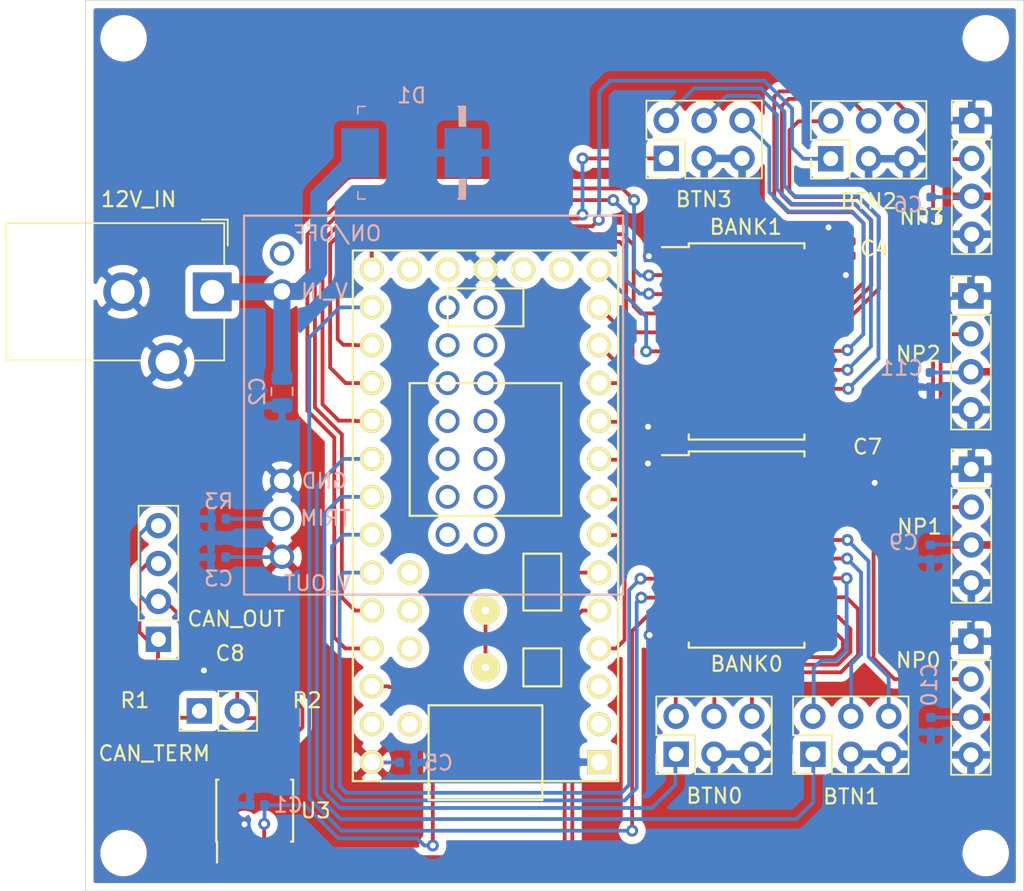
<source format=kicad_pcb>
(kicad_pcb (version 20171130) (host pcbnew "(5.0.2)-1")
  (layers (0 F.Cu signal) (31 B.Cu signal) (34 B.Paste user) (35 F.Paste user) (36 B.SilkS user) (37 F.SilkS user) (38 B.Mask user) (39 F.Mask user) (44 Edge.Cuts user))
  (net 0 "")
  (net 1 GND)
  (net 2 3.3V)
  (net 3 "Net-(C2-Pad1)")
  (net 4 5V)
  (net 5 "Net-(C8-Pad2)")
  (net 6 "Net-(J2-Pad2)")
  (net 7 "Net-(J2-Pad1)")
  (net 8 BTN0_B)
  (net 9 BTN0_G)
  (net 10 BTN0_R)
  (net 11 PTB0)
  (net 12 BTN1_B)
  (net 13 BTN1_G)
  (net 14 BTN1_R)
  (net 15 PTB1)
  (net 16 RGB0)
  (net 17 RGB1)
  (net 18 BTN2_B)
  (net 19 BTN2_G)
  (net 20 BTN2_R)
  (net 21 PTB2)
  (net 22 BTN3_B)
  (net 23 BTN3_G)
  (net 24 BTN3_R)
  (net 25 PTB3)
  (net 26 RGB2)
  (net 27 RGB3)
  (net 28 "Net-(JP1-Pad1)")
  (net 29 "Net-(R3-Pad1)")
  (net 30 PTC7)
  (net 31 PTC6)
  (net 32 PTC5)
  (net 33 PTC4)
  (net 34 PTC3)
  (net 35 PTC0)
  (net 36 PTC2)
  (net 37 PTC1)
  (net 38 "Net-(U2-Pad52)")
  (net 39 "Net-(U2-Pad51)")
  (net 40 "Net-(U2-Pad50)")
  (net 41 "Net-(U2-Pad49)")
  (net 42 "Net-(U2-Pad48)")
  (net 43 "Net-(U2-Pad47)")
  (net 44 "Net-(U2-Pad46)")
  (net 45 "Net-(U2-Pad45)")
  (net 46 "Net-(U2-Pad44)")
  (net 47 "Net-(U2-Pad43)")
  (net 48 "Net-(U2-Pad42)")
  (net 49 "Net-(U2-Pad41)")
  (net 50 "Net-(U2-Pad40)")
  (net 51 "Net-(U2-Pad39)")
  (net 52 "Net-(U2-Pad38)")
  (net 53 "Net-(U2-Pad2)")
  (net 54 "Net-(U2-Pad3)")
  (net 55 PTD0)
  (net 56 CAN_TX)
  (net 57 CAN_RX)
  (net 58 PTD7)
  (net 59 PTD4)
  (net 60 PTD2)
  (net 61 PTD3)
  (net 62 "Net-(U2-Pad37)")
  (net 63 "Net-(U2-Pad36)")
  (net 64 "Net-(U2-Pad35)")
  (net 65 "Net-(U2-Pad34)")
  (net 66 "Net-(U2-Pad32)")
  (net 67 PTD6)
  (net 68 PTD5)
  (net 69 PTD1)
  (net 70 "Net-(U2-Pad15)")
  (net 71 "Net-(U2-Pad16)")
  (net 72 "Net-(U2-Pad19)")
  (net 73 "Net-(U2-Pad18)")
  (net 74 "Net-(U3-Pad8)")
  (net 75 "Net-(U3-Pad5)")
  (net 76 "Net-(U4-Pad5)")
  (module Connector_BarrelJack:BarrelJack_CUI_PJ-102AH_Horizontal (layer F.Cu) (at 166.5986 81.7626 270)
    (fp_text reference J1 hide)
    (fp_text value 12V_IN (at -6.1976 4.9276) (layer F.SilkS))
    (pad 3 thru_hole circle (at 4.7 3 270) (size 2.6 2.6) (drill 1.6) (layers *.Cu *.Mask) (net 1 GND))
    (pad 2 thru_hole circle (at 0 6 270) (size 2.6 2.6) (drill 1.6) (layers *.Cu *.Mask) (net 1 GND))
    (pad 1 thru_hole rect (at 0 0 270) (size 2.6 2.6) (drill 1.6) (layers *.Cu *.Mask) (net 3 "Net-(C2-Pad1)"))
  )
  (module teensy:Teensy30_31_32_LC (layer F.Cu) (at 184.912 96.774 90)
    (fp_text reference U2 hide)
    (fp_text value Teensy3.2 hide)
    (pad 52 thru_hole circle (at -10.16 0 90) (size 1.9 1.9) (drill 0.5) (layers *.Cu *.Mask F.SilkS) (net 38 "Net-(U2-Pad52)"))
    (pad 52 thru_hole circle (at -6.35 0 90) (size 1.9 1.9) (drill 0.5) (layers *.Cu *.Mask F.SilkS) (net 38 "Net-(U2-Pad52)"))
    (pad 51 thru_hole circle (at -1.27 -2.54 90) (size 1.6 1.6) (drill 1.1) (layers *.Cu *.Mask) (net 39 "Net-(U2-Pad51)"))
    (pad 50 thru_hole circle (at 1.27 -2.54 90) (size 1.6 1.6) (drill 1.1) (layers *.Cu *.Mask) (net 40 "Net-(U2-Pad50)"))
    (pad 49 thru_hole circle (at 3.81 -2.54 90) (size 1.6 1.6) (drill 1.1) (layers *.Cu *.Mask) (net 41 "Net-(U2-Pad49)"))
    (pad 48 thru_hole circle (at 6.35 -2.54 90) (size 1.6 1.6) (drill 1.1) (layers *.Cu *.Mask) (net 42 "Net-(U2-Pad48)"))
    (pad 47 thru_hole circle (at 8.89 -2.54 90) (size 1.6 1.6) (drill 1.1) (layers *.Cu *.Mask) (net 43 "Net-(U2-Pad47)"))
    (pad 46 thru_hole circle (at 11.43 -2.54 90) (size 1.6 1.6) (drill 1.1) (layers *.Cu *.Mask) (net 44 "Net-(U2-Pad46)"))
    (pad 45 thru_hole circle (at 13.97 -2.54 90) (size 1.6 1.6) (drill 1.1) (layers *.Cu *.Mask) (net 45 "Net-(U2-Pad45)"))
    (pad 44 thru_hole circle (at 13.97 0 90) (size 1.6 1.6) (drill 1.1) (layers *.Cu *.Mask) (net 46 "Net-(U2-Pad44)"))
    (pad 43 thru_hole circle (at 11.43 0 90) (size 1.6 1.6) (drill 1.1) (layers *.Cu *.Mask) (net 47 "Net-(U2-Pad43)"))
    (pad 42 thru_hole circle (at 8.89 0 90) (size 1.6 1.6) (drill 1.1) (layers *.Cu *.Mask) (net 48 "Net-(U2-Pad42)"))
    (pad 41 thru_hole circle (at 6.35 0 90) (size 1.6 1.6) (drill 1.1) (layers *.Cu *.Mask) (net 49 "Net-(U2-Pad41)"))
    (pad 40 thru_hole circle (at 3.81 0 90) (size 1.6 1.6) (drill 1.1) (layers *.Cu *.Mask) (net 50 "Net-(U2-Pad40)"))
    (pad 39 thru_hole circle (at 1.27 0 90) (size 1.6 1.6) (drill 1.1) (layers *.Cu *.Mask) (net 51 "Net-(U2-Pad39)"))
    (pad 38 thru_hole circle (at -1.27 0 90) (size 1.6 1.6) (drill 1.1) (layers *.Cu *.Mask) (net 52 "Net-(U2-Pad38)"))
    (pad 1 thru_hole rect (at -16.51 7.62 90) (size 1.6 1.6) (drill 1.1) (layers *.Cu *.Mask F.SilkS) (net 1 GND))
    (pad 2 thru_hole circle (at -13.97 7.62 90) (size 1.6 1.6) (drill 1.1) (layers *.Cu *.Mask F.SilkS) (net 53 "Net-(U2-Pad2)"))
    (pad 3 thru_hole circle (at -11.43 7.62 90) (size 1.6 1.6) (drill 1.1) (layers *.Cu *.Mask F.SilkS) (net 54 "Net-(U2-Pad3)"))
    (pad 4 thru_hole circle (at -8.89 7.62 90) (size 1.6 1.6) (drill 1.1) (layers *.Cu *.Mask F.SilkS) (net 55 PTD0))
    (pad 5 thru_hole circle (at -6.35 7.62 90) (size 1.6 1.6) (drill 1.1) (layers *.Cu *.Mask F.SilkS) (net 56 CAN_TX))
    (pad 6 thru_hole circle (at -3.81 7.62 90) (size 1.6 1.6) (drill 1.1) (layers *.Cu *.Mask F.SilkS) (net 57 CAN_RX))
    (pad 7 thru_hole circle (at -1.27 7.62 90) (size 1.6 1.6) (drill 1.1) (layers *.Cu *.Mask F.SilkS) (net 58 PTD7))
    (pad 8 thru_hole circle (at 1.27 7.62 90) (size 1.6 1.6) (drill 1.1) (layers *.Cu *.Mask F.SilkS) (net 59 PTD4))
    (pad 9 thru_hole circle (at 3.81 7.62 90) (size 1.6 1.6) (drill 1.1) (layers *.Cu *.Mask F.SilkS) (net 60 PTD2))
    (pad 10 thru_hole circle (at 6.35 7.62 90) (size 1.6 1.6) (drill 1.1) (layers *.Cu *.Mask F.SilkS) (net 61 PTD3))
    (pad 11 thru_hole circle (at 8.89 7.62 90) (size 1.6 1.6) (drill 1.1) (layers *.Cu *.Mask F.SilkS) (net 34 PTC3))
    (pad 12 thru_hole circle (at 11.43 7.62 90) (size 1.6 1.6) (drill 1.1) (layers *.Cu *.Mask F.SilkS) (net 33 PTC4))
    (pad 13 thru_hole circle (at 13.97 7.62 90) (size 1.6 1.6) (drill 1.1) (layers *.Cu *.Mask F.SilkS) (net 31 PTC6))
    (pad 37 thru_hole circle (at -3.81 -5.08 90) (size 1.6 1.6) (drill 1.1) (layers *.Cu *.Mask F.SilkS) (net 62 "Net-(U2-Pad37)"))
    (pad 36 thru_hole circle (at -6.35 -5.08 90) (size 1.6 1.6) (drill 1.1) (layers *.Cu *.Mask F.SilkS) (net 63 "Net-(U2-Pad36)"))
    (pad 35 thru_hole circle (at -8.89 -5.08 90) (size 1.6 1.6) (drill 1.1) (layers *.Cu *.Mask F.SilkS) (net 64 "Net-(U2-Pad35)"))
    (pad 34 thru_hole circle (at -13.97 -5.08 90) (size 1.6 1.6) (drill 1.1) (layers *.Cu *.Mask F.SilkS) (net 65 "Net-(U2-Pad34)"))
    (pad 33 thru_hole circle (at -16.51 -7.62 90) (size 1.6 1.6) (drill 1.1) (layers *.Cu *.Mask F.SilkS) (net 4 5V))
    (pad 32 thru_hole circle (at -13.97 -7.62 90) (size 1.6 1.6) (drill 1.1) (layers *.Cu *.Mask F.SilkS) (net 66 "Net-(U2-Pad32)"))
    (pad 31 thru_hole circle (at -11.43 -7.62 90) (size 1.6 1.6) (drill 1.1) (layers *.Cu *.Mask F.SilkS) (net 2 3.3V))
    (pad 30 thru_hole circle (at -8.89 -7.62 90) (size 1.6 1.6) (drill 1.1) (layers *.Cu *.Mask F.SilkS) (net 36 PTC2))
    (pad 29 thru_hole circle (at -6.35 -7.62 90) (size 1.6 1.6) (drill 1.1) (layers *.Cu *.Mask F.SilkS) (net 37 PTC1))
    (pad 28 thru_hole circle (at -3.81 -7.62 90) (size 1.6 1.6) (drill 1.1) (layers *.Cu *.Mask F.SilkS) (net 67 PTD6))
    (pad 27 thru_hole circle (at -1.27 -7.62 90) (size 1.6 1.6) (drill 1.1) (layers *.Cu *.Mask F.SilkS) (net 68 PTD5))
    (pad 26 thru_hole circle (at 1.27 -7.62 90) (size 1.6 1.6) (drill 1.1) (layers *.Cu *.Mask F.SilkS) (net 21 PTB2))
    (pad 25 thru_hole circle (at 3.81 -7.62 90) (size 1.6 1.6) (drill 1.1) (layers *.Cu *.Mask F.SilkS) (net 25 PTB3))
    (pad 24 thru_hole circle (at 6.35 -7.62 90) (size 1.6 1.6) (drill 1.1) (layers *.Cu *.Mask F.SilkS) (net 15 PTB1))
    (pad 23 thru_hole circle (at 8.89 -7.62 90) (size 1.6 1.6) (drill 1.1) (layers *.Cu *.Mask F.SilkS) (net 11 PTB0))
    (pad 22 thru_hole circle (at 11.43 -7.62 90) (size 1.6 1.6) (drill 1.1) (layers *.Cu *.Mask F.SilkS) (net 35 PTC0))
    (pad 21 thru_hole circle (at 13.97 -7.62 90) (size 1.6 1.6) (drill 1.1) (layers *.Cu *.Mask F.SilkS) (net 69 PTD1))
    (pad 14 thru_hole circle (at 16.51 7.62 90) (size 1.6 1.6) (drill 1.1) (layers *.Cu *.Mask F.SilkS) (net 30 PTC7))
    (pad 15 thru_hole circle (at 16.51 5.08 90) (size 1.6 1.6) (drill 1.1) (layers *.Cu *.Mask F.SilkS) (net 70 "Net-(U2-Pad15)"))
    (pad 16 thru_hole circle (at 16.51 2.54 90) (size 1.6 1.6) (drill 1.1) (layers *.Cu *.Mask F.SilkS) (net 71 "Net-(U2-Pad16)"))
    (pad 20 thru_hole circle (at 16.51 -7.62 90) (size 1.6 1.6) (drill 1.1) (layers *.Cu *.Mask F.SilkS) (net 32 PTC5))
    (pad 19 thru_hole circle (at 16.51 -5.08 90) (size 1.6 1.6) (drill 1.1) (layers *.Cu *.Mask F.SilkS) (net 72 "Net-(U2-Pad19)"))
    (pad 18 thru_hole circle (at 16.51 -2.54 90) (size 1.6 1.6) (drill 1.1) (layers *.Cu *.Mask F.SilkS) (net 73 "Net-(U2-Pad18)"))
    (pad 17 thru_hole circle (at 16.51 0 90) (size 1.6 1.6) (drill 1.1) (layers *.Cu *.Mask F.SilkS) (net 1 GND))
  )
  (module Capacitor_SMD:C_0402_1005Metric (layer F.Cu) (at 167.7924 107.1626)
    (fp_text reference C8 (at 0 -1.17) (layer F.SilkS))
    (fp_text value 4.7nF)
    (pad 2 smd roundrect (at 0.485 0) (size 0.59 0.64) (layers F.Cu F.Paste F.Mask) (net 5 "Net-(C8-Pad2)"))
    (pad 1 smd roundrect (at -0.485 0) (size 0.59 0.64) (layers F.Cu F.Paste F.Mask) (net 1 GND))
  )
  (module Capacitor_SMD:C_0402_1005Metric (layer F.Cu) (at 210.5152 93.3196)
    (fp_text reference C7 (at 0 -1.17) (layer F.SilkS))
    (fp_text value 0.1uF)
    (pad 2 smd roundrect (at 0.485 0) (size 0.59 0.64) (layers F.Cu F.Paste F.Mask) (net 1 GND))
    (pad 1 smd roundrect (at -0.485 0) (size 0.59 0.64) (layers F.Cu F.Paste F.Mask) (net 4 5V))
  )
  (module Capacitor_SMD:C_0402_1005Metric (layer F.Cu) (at 209.3976 78.867 90)
    (fp_text reference C4 (at 0 1.6002 180) (layer F.SilkS))
    (fp_text value 0.1uF)
    (pad 2 smd roundrect (at 0.485 0 90) (size 0.59 0.64) (layers F.Cu F.Paste F.Mask) (net 1 GND))
    (pad 1 smd roundrect (at -0.485 0 90) (size 0.59 0.64) (layers F.Cu F.Paste F.Mask) (net 4 5V))
  )
  (module Capacitor_SMD:C_0402_1005Metric (layer B.Cu) (at 169.6188 116.1542 180)
    (fp_text reference C1 (at -2.0598 0 180) (layer B.SilkS) (effects (justify mirror)))
    (fp_text value 0.1uF)
    (pad 2 smd roundrect (at 0.485 0 180) (size 0.59 0.64) (layers B.Cu B.Paste B.Mask) (net 1 GND))
    (pad 1 smd roundrect (at -0.485 0 180) (size 0.59 0.64) (layers B.Cu B.Paste B.Mask) (net 2 3.3V))
  )
  (module Resistor_SMD:R_0402_1005Metric (layer F.Cu) (at 162.9664 109.8296 90)
    (fp_text reference R1 (at 0.6858 -1.5494 180) (layer F.SilkS))
    (fp_text value 60)
    (pad 2 smd roundrect (at 0.485 0 90) (size 0.59 0.64) (layers F.Cu F.Paste F.Mask) (net 7 "Net-(J2-Pad1)"))
    (pad 1 smd roundrect (at -0.485 0 90) (size 0.59 0.64) (layers F.Cu F.Paste F.Mask) (net 28 "Net-(JP1-Pad1)"))
  )
  (module MountingHole:MountingHole_2.1mm (layer F.Cu) (at 160.655 64.77)
    (fp_text reference REF** hide)
    (fp_text value MountingHole_2.1mm hide)
    (pad "" np_thru_hole circle (at 0 0) (size 2.1 2.1) (drill 2.1) (layers *.Cu *.Mask))
  )
  (module MountingHole:MountingHole_2.1mm (layer F.Cu) (at 218.44 64.77)
    (fp_text reference REF** hide)
    (fp_text value MountingHole_2.1mm hide)
    (pad "" np_thru_hole circle (at 0 0) (size 2.1 2.1) (drill 2.1) (layers *.Cu *.Mask))
  )
  (module MountingHole:MountingHole_2.1mm (layer F.Cu) (at 218.44 119.38)
    (fp_text reference REF** hide)
    (fp_text value MountingHole_2.1mm hide)
    (pad "" np_thru_hole circle (at 0 0) (size 2.1 2.1) (drill 2.1) (layers *.Cu *.Mask))
  )
  (module MountingHole:MountingHole_2.1mm (layer F.Cu) (at 160.655 119.38)
    (fp_text reference REF** hide)
    (fp_text value MountingHole_2.1mm hide)
    (pad "" np_thru_hole circle (at 0 0) (size 2.1 2.1) (drill 2.1) (layers *.Cu *.Mask))
  )
  (module Connector_PinHeader_2.54mm:PinHeader_2x03_P2.54mm_Vertical (layer F.Cu) (at 206.8576 112.7506 90)
    (fp_text reference J4 hide)
    (fp_text value BTN1 (at -2.8448 2.5654 180) (layer F.SilkS))
    (pad 6 thru_hole oval (at 2.54 5.08 90) (size 1.7 1.7) (drill 1) (layers *.Cu *.Mask) (net 14 BTN1_R))
    (pad 5 thru_hole oval (at 0 5.08 90) (size 1.7 1.7) (drill 1) (layers *.Cu *.Mask) (net 1 GND))
    (pad 4 thru_hole oval (at 2.54 2.54 90) (size 1.7 1.7) (drill 1) (layers *.Cu *.Mask) (net 13 BTN1_G))
    (pad 3 thru_hole oval (at 0 2.54 90) (size 1.7 1.7) (drill 1) (layers *.Cu *.Mask) (net 1 GND))
    (pad 2 thru_hole oval (at 2.54 0 90) (size 1.7 1.7) (drill 1) (layers *.Cu *.Mask) (net 12 BTN1_B))
    (pad 1 thru_hole rect (at 0 0 90) (size 1.7 1.7) (drill 1) (layers *.Cu *.Mask) (net 25 PTB3))
  )
  (module Resistor_SMD:R_0402_1005Metric (layer F.Cu) (at 171.45 109.855 90)
    (fp_text reference R2 (at 0.7112 1.4986 180) (layer F.SilkS))
    (fp_text value 60)
    (pad 2 smd roundrect (at 0.485 0 90) (size 0.59 0.64) (layers F.Cu F.Paste F.Mask) (net 6 "Net-(J2-Pad2)"))
    (pad 1 smd roundrect (at -0.485 0 90) (size 0.59 0.64) (layers F.Cu F.Paste F.Mask) (net 5 "Net-(C8-Pad2)"))
  )
  (module rahulsalvi:AXA003A0XZ (layer B.Cu) (at 173.8122 89.3572 90)
    (fp_text reference U4 hide)
    (fp_text value AXA003A0XZ)
    (fp_text user ON/OFF (at 11.5062 1.1684) (layer B.SilkS) (effects (justify mirror)))
    (fp_text user V_IN (at 7.62 0.3048) (layer B.SilkS) (effects (justify mirror)))
    (fp_text user GND (at -5.08 0.3048) (layer B.SilkS) (effects (justify mirror)))
    (fp_text user TRIM (at -7.5692 0.381) (layer B.SilkS) (effects (justify mirror)))
    (fp_text user V_OUT (at -11.938 -0.1778 -180) (layer B.SilkS) (effects (justify mirror)))
    (pad 5 thru_hole circle (at 10.16 -2.54 90) (size 1.6256 1.6256) (drill 1.0922) (layers *.Cu *.Mask) (net 76 "Net-(U4-Pad5)"))
    (pad 4 thru_hole circle (at 7.62 -2.54 90) (size 1.6256 1.6256) (drill 1.0922) (layers *.Cu *.Mask) (net 3 "Net-(C2-Pad1)"))
    (pad 3 thru_hole circle (at -5.08 -2.54 90) (size 1.6256 1.6256) (drill 1.0922) (layers *.Cu *.Mask) (net 1 GND))
    (pad 2 thru_hole circle (at -7.62 -2.54 90) (size 1.6256 1.6256) (drill 1.0922) (layers *.Cu *.Mask) (net 29 "Net-(R3-Pad1)"))
    (pad 1 thru_hole circle (at -10.16 -2.54 90) (size 1.6256 1.6256) (drill 1.0922) (layers *.Cu *.Mask) (net 4 5V))
  )
  (module digikey-footprints:DO-214AB (layer B.Cu) (at 179.959 72.4408 180)
    (fp_text reference D1 (at 0 3.83 180) (layer B.SilkS) (effects (justify mirror)))
    (fp_text value 1.5SMC16CA-E3/57T)
    (pad 1 smd rect (at -3.45 0 180) (size 2.5 3.3) (layers B.Cu B.Paste B.Mask) (net 1 GND))
    (pad 2 smd rect (at 3.45 -0.01 180) (size 2.5 3.3) (layers B.Cu B.Paste B.Mask) (net 3 "Net-(C2-Pad1)"))
  )
  (module Package_SO:SOIC-20W_7.5x12.8mm_P1.27mm (layer F.Cu) (at 202.4126 99.0346)
    (fp_text reference U5 hide)
    (fp_text value BANK0 (at 0 7.6708) (layer F.SilkS))
    (pad 20 smd rect (at 4.7 -5.715) (size 1.95 0.6) (layers F.Cu F.Paste F.Mask) (net 4 5V))
    (pad 19 smd rect (at 4.7 -4.445) (size 1.95 0.6) (layers F.Cu F.Paste F.Mask) (net 1 GND))
    (pad 18 smd rect (at 4.7 -3.175) (size 1.95 0.6) (layers F.Cu F.Paste F.Mask) (net 17 RGB1))
    (pad 17 smd rect (at 4.7 -1.905) (size 1.95 0.6) (layers F.Cu F.Paste F.Mask) (net 16 RGB0))
    (pad 16 smd rect (at 4.7 -0.635) (size 1.95 0.6) (layers F.Cu F.Paste F.Mask) (net 14 BTN1_R))
    (pad 15 smd rect (at 4.7 0.635) (size 1.95 0.6) (layers F.Cu F.Paste F.Mask) (net 13 BTN1_G))
    (pad 14 smd rect (at 4.7 1.905) (size 1.95 0.6) (layers F.Cu F.Paste F.Mask) (net 12 BTN1_B))
    (pad 13 smd rect (at 4.7 3.175) (size 1.95 0.6) (layers F.Cu F.Paste F.Mask) (net 10 BTN0_R))
    (pad 12 smd rect (at 4.7 4.445) (size 1.95 0.6) (layers F.Cu F.Paste F.Mask) (net 9 BTN0_G))
    (pad 11 smd rect (at 4.7 5.715) (size 1.95 0.6) (layers F.Cu F.Paste F.Mask) (net 8 BTN0_B))
    (pad 10 smd rect (at -4.7 5.715) (size 1.95 0.6) (layers F.Cu F.Paste F.Mask) (net 1 GND))
    (pad 9 smd rect (at -4.7 4.445) (size 1.95 0.6) (layers F.Cu F.Paste F.Mask) (net 69 PTD1))
    (pad 8 smd rect (at -4.7 3.175) (size 1.95 0.6) (layers F.Cu F.Paste F.Mask) (net 68 PTD5))
    (pad 7 smd rect (at -4.7 1.905) (size 1.95 0.6) (layers F.Cu F.Paste F.Mask) (net 67 PTD6))
    (pad 6 smd rect (at -4.7 0.635) (size 1.95 0.6) (layers F.Cu F.Paste F.Mask) (net 55 PTD0))
    (pad 5 smd rect (at -4.7 -0.635) (size 1.95 0.6) (layers F.Cu F.Paste F.Mask) (net 58 PTD7))
    (pad 4 smd rect (at -4.7 -1.905) (size 1.95 0.6) (layers F.Cu F.Paste F.Mask) (net 59 PTD4))
    (pad 3 smd rect (at -4.7 -3.175) (size 1.95 0.6) (layers F.Cu F.Paste F.Mask) (net 60 PTD2))
    (pad 2 smd rect (at -4.7 -4.445) (size 1.95 0.6) (layers F.Cu F.Paste F.Mask) (net 61 PTD3))
    (pad 1 smd rect (at -4.7 -5.715) (size 1.95 0.6) (layers F.Cu F.Paste F.Mask) (net 1 GND))
  )
  (module Package_SO:SOIC-8_3.9x4.9mm_P1.27mm (layer F.Cu) (at 169.4434 116.5352 90)
    (fp_text reference U3 (at 0 4.0894 180) (layer F.SilkS))
    (fp_text value SN65HVD232)
    (pad 8 smd rect (at 2.7 -1.905 90) (size 1.55 0.6) (layers F.Cu F.Paste F.Mask) (net 74 "Net-(U3-Pad8)"))
    (pad 7 smd rect (at 2.7 -0.635 90) (size 1.55 0.6) (layers F.Cu F.Paste F.Mask) (net 7 "Net-(J2-Pad1)"))
    (pad 6 smd rect (at 2.7 0.635 90) (size 1.55 0.6) (layers F.Cu F.Paste F.Mask) (net 6 "Net-(J2-Pad2)"))
    (pad 5 smd rect (at 2.7 1.905 90) (size 1.55 0.6) (layers F.Cu F.Paste F.Mask) (net 75 "Net-(U3-Pad5)"))
    (pad 4 smd rect (at -2.7 1.905 90) (size 1.55 0.6) (layers F.Cu F.Paste F.Mask) (net 57 CAN_RX))
    (pad 3 smd rect (at -2.7 0.635 90) (size 1.55 0.6) (layers F.Cu F.Paste F.Mask) (net 2 3.3V))
    (pad 2 smd rect (at -2.7 -0.635 90) (size 1.55 0.6) (layers F.Cu F.Paste F.Mask) (net 1 GND))
    (pad 1 smd rect (at -2.7 -1.905 90) (size 1.55 0.6) (layers F.Cu F.Paste F.Mask) (net 56 CAN_TX))
  )
  (module Package_SO:SOIC-20W_7.5x12.8mm_P1.27mm (layer F.Cu) (at 202.4126 85.09)
    (fp_text reference U1 hide)
    (fp_text value BANK1 (at -0.0508 -7.6708) (layer F.SilkS))
    (pad 20 smd rect (at 4.7 -5.715) (size 1.95 0.6) (layers F.Cu F.Paste F.Mask) (net 4 5V))
    (pad 19 smd rect (at 4.7 -4.445) (size 1.95 0.6) (layers F.Cu F.Paste F.Mask) (net 1 GND))
    (pad 18 smd rect (at 4.7 -3.175) (size 1.95 0.6) (layers F.Cu F.Paste F.Mask) (net 20 BTN2_R))
    (pad 17 smd rect (at 4.7 -1.905) (size 1.95 0.6) (layers F.Cu F.Paste F.Mask) (net 19 BTN2_G))
    (pad 16 smd rect (at 4.7 -0.635) (size 1.95 0.6) (layers F.Cu F.Paste F.Mask) (net 18 BTN2_B))
    (pad 15 smd rect (at 4.7 0.635) (size 1.95 0.6) (layers F.Cu F.Paste F.Mask) (net 24 BTN3_R))
    (pad 14 smd rect (at 4.7 1.905) (size 1.95 0.6) (layers F.Cu F.Paste F.Mask) (net 23 BTN3_G))
    (pad 13 smd rect (at 4.7 3.175) (size 1.95 0.6) (layers F.Cu F.Paste F.Mask) (net 22 BTN3_B))
    (pad 12 smd rect (at 4.7 4.445) (size 1.95 0.6) (layers F.Cu F.Paste F.Mask) (net 27 RGB3))
    (pad 11 smd rect (at 4.7 5.715) (size 1.95 0.6) (layers F.Cu F.Paste F.Mask) (net 26 RGB2))
    (pad 10 smd rect (at -4.7 5.715) (size 1.95 0.6) (layers F.Cu F.Paste F.Mask) (net 1 GND))
    (pad 9 smd rect (at -4.7 4.445) (size 1.95 0.6) (layers F.Cu F.Paste F.Mask) (net 34 PTC3))
    (pad 8 smd rect (at -4.7 3.175) (size 1.95 0.6) (layers F.Cu F.Paste F.Mask) (net 33 PTC4))
    (pad 7 smd rect (at -4.7 1.905) (size 1.95 0.6) (layers F.Cu F.Paste F.Mask) (net 31 PTC6))
    (pad 6 smd rect (at -4.7 0.635) (size 1.95 0.6) (layers F.Cu F.Paste F.Mask) (net 30 PTC7))
    (pad 5 smd rect (at -4.7 -0.635) (size 1.95 0.6) (layers F.Cu F.Paste F.Mask) (net 32 PTC5))
    (pad 4 smd rect (at -4.7 -1.905) (size 1.95 0.6) (layers F.Cu F.Paste F.Mask) (net 35 PTC0))
    (pad 3 smd rect (at -4.7 -3.175) (size 1.95 0.6) (layers F.Cu F.Paste F.Mask) (net 37 PTC1))
    (pad 2 smd rect (at -4.7 -4.445) (size 1.95 0.6) (layers F.Cu F.Paste F.Mask) (net 36 PTC2))
    (pad 1 smd rect (at -4.7 -5.715) (size 1.95 0.6) (layers F.Cu F.Paste F.Mask) (net 1 GND))
  )
  (module Resistor_SMD:R_0402_1005Metric (layer B.Cu) (at 167.0304 96.9772 180)
    (fp_text reference R3 (at 0 1.17 180) (layer B.SilkS) (effects (justify mirror)))
    (fp_text value 1.472k)
    (pad 2 smd roundrect (at 0.485 0 180) (size 0.59 0.64) (layers B.Cu B.Paste B.Mask) (net 1 GND))
    (pad 1 smd roundrect (at -0.485 0 180) (size 0.59 0.64) (layers B.Cu B.Paste B.Mask) (net 29 "Net-(R3-Pad1)"))
  )
  (module Connector_PinHeader_2.54mm:PinHeader_1x02_P2.54mm_Vertical (layer F.Cu) (at 165.735 109.855 90)
    (fp_text reference JP1 hide)
    (fp_text value CAN_TERM (at -2.8448 -3.0226 180) (layer F.SilkS))
    (pad 2 thru_hole oval (at 0 2.54 90) (size 1.7 1.7) (drill 1) (layers *.Cu *.Mask) (net 5 "Net-(C8-Pad2)"))
    (pad 1 thru_hole rect (at 0 0 90) (size 1.7 1.7) (drill 1) (layers *.Cu *.Mask) (net 28 "Net-(JP1-Pad1)"))
  )
  (module Connector_PinHeader_2.54mm:PinHeader_1x04_P2.54mm_Vertical (layer F.Cu) (at 217.5002 70.2818)
    (fp_text reference J10 hide)
    (fp_text value NP3 (at -3.3528 6.477 180) (layer F.SilkS))
    (pad 4 thru_hole oval (at 0 7.62) (size 1.7 1.7) (drill 1) (layers *.Cu *.Mask) (net 1 GND))
    (pad 3 thru_hole oval (at 0 5.08) (size 1.7 1.7) (drill 1) (layers *.Cu *.Mask) (net 4 5V))
    (pad 2 thru_hole oval (at 0 2.54) (size 1.7 1.7) (drill 1) (layers *.Cu *.Mask) (net 27 RGB3))
    (pad 1 thru_hole rect (at 0 0) (size 1.7 1.7) (drill 1) (layers *.Cu *.Mask) (net 1 GND))
  )
  (module Connector_PinHeader_2.54mm:PinHeader_1x04_P2.54mm_Vertical (layer F.Cu) (at 217.4494 82.042)
    (fp_text reference J9 hide)
    (fp_text value NP2 (at -3.5306 3.8862 180) (layer F.SilkS))
    (pad 4 thru_hole oval (at 0 7.62) (size 1.7 1.7) (drill 1) (layers *.Cu *.Mask) (net 1 GND))
    (pad 3 thru_hole oval (at 0 5.08) (size 1.7 1.7) (drill 1) (layers *.Cu *.Mask) (net 4 5V))
    (pad 2 thru_hole oval (at 0 2.54) (size 1.7 1.7) (drill 1) (layers *.Cu *.Mask) (net 26 RGB2))
    (pad 1 thru_hole rect (at 0 0) (size 1.7 1.7) (drill 1) (layers *.Cu *.Mask) (net 1 GND))
  )
  (module Connector_PinHeader_2.54mm:PinHeader_2x03_P2.54mm_Vertical (layer F.Cu) (at 197.0278 72.8218 90)
    (fp_text reference J8 hide)
    (fp_text value BTN3 (at -2.7432 2.5146 180) (layer F.SilkS))
    (pad 6 thru_hole oval (at 2.54 5.08 90) (size 1.7 1.7) (drill 1) (layers *.Cu *.Mask) (net 24 BTN3_R))
    (pad 5 thru_hole oval (at 0 5.08 90) (size 1.7 1.7) (drill 1) (layers *.Cu *.Mask) (net 1 GND))
    (pad 4 thru_hole oval (at 2.54 2.54 90) (size 1.7 1.7) (drill 1) (layers *.Cu *.Mask) (net 23 BTN3_G))
    (pad 3 thru_hole oval (at 0 2.54 90) (size 1.7 1.7) (drill 1) (layers *.Cu *.Mask) (net 1 GND))
    (pad 2 thru_hole oval (at 2.54 0 90) (size 1.7 1.7) (drill 1) (layers *.Cu *.Mask) (net 22 BTN3_B))
    (pad 1 thru_hole rect (at 0 0 90) (size 1.7 1.7) (drill 1) (layers *.Cu *.Mask) (net 15 PTB1))
  )
  (module Connector_PinHeader_2.54mm:PinHeader_2x03_P2.54mm_Vertical (layer F.Cu) (at 208.0514 72.8472 90)
    (fp_text reference J7 hide)
    (fp_text value BTN2 (at -2.8448 2.54 180) (layer F.SilkS))
    (pad 6 thru_hole oval (at 2.54 5.08 90) (size 1.7 1.7) (drill 1) (layers *.Cu *.Mask) (net 20 BTN2_R))
    (pad 5 thru_hole oval (at 0 5.08 90) (size 1.7 1.7) (drill 1) (layers *.Cu *.Mask) (net 1 GND))
    (pad 4 thru_hole oval (at 2.54 2.54 90) (size 1.7 1.7) (drill 1) (layers *.Cu *.Mask) (net 19 BTN2_G))
    (pad 3 thru_hole oval (at 0 2.54 90) (size 1.7 1.7) (drill 1) (layers *.Cu *.Mask) (net 1 GND))
    (pad 2 thru_hole oval (at 2.54 0 90) (size 1.7 1.7) (drill 1) (layers *.Cu *.Mask) (net 18 BTN2_B))
    (pad 1 thru_hole rect (at 0 0 90) (size 1.7 1.7) (drill 1) (layers *.Cu *.Mask) (net 11 PTB0))
  )
  (module Connector_PinHeader_2.54mm:PinHeader_1x04_P2.54mm_Vertical (layer F.Cu) (at 217.4494 105.1814)
    (fp_text reference J5 hide)
    (fp_text value NP0 (at -3.5306 1.27 180) (layer F.SilkS))
    (pad 4 thru_hole oval (at 0 7.62) (size 1.7 1.7) (drill 1) (layers *.Cu *.Mask) (net 1 GND))
    (pad 3 thru_hole oval (at 0 5.08) (size 1.7 1.7) (drill 1) (layers *.Cu *.Mask) (net 4 5V))
    (pad 2 thru_hole oval (at 0 2.54) (size 1.7 1.7) (drill 1) (layers *.Cu *.Mask) (net 16 RGB0))
    (pad 1 thru_hole rect (at 0 0) (size 1.7 1.7) (drill 1) (layers *.Cu *.Mask) (net 1 GND))
  )
  (module Connector_PinHeader_2.54mm:PinHeader_1x04_P2.54mm_Vertical (layer F.Cu) (at 217.4748 93.6498)
    (fp_text reference J6 hide)
    (fp_text value NP1 (at -3.4798 3.8608 180) (layer F.SilkS))
    (pad 4 thru_hole oval (at 0 7.62) (size 1.7 1.7) (drill 1) (layers *.Cu *.Mask) (net 1 GND))
    (pad 3 thru_hole oval (at 0 5.08) (size 1.7 1.7) (drill 1) (layers *.Cu *.Mask) (net 4 5V))
    (pad 2 thru_hole oval (at 0 2.54) (size 1.7 1.7) (drill 1) (layers *.Cu *.Mask) (net 17 RGB1))
    (pad 1 thru_hole rect (at 0 0) (size 1.7 1.7) (drill 1) (layers *.Cu *.Mask) (net 1 GND))
  )
  (module Connector_PinHeader_2.54mm:PinHeader_2x03_P2.54mm_Vertical (layer F.Cu) (at 197.6882 112.7506 90)
    (fp_text reference J3 hide)
    (fp_text value BTN0 (at -2.794 2.5654 180) (layer F.SilkS))
    (pad 6 thru_hole oval (at 2.54 5.08 90) (size 1.7 1.7) (drill 1) (layers *.Cu *.Mask) (net 10 BTN0_R))
    (pad 5 thru_hole oval (at 0 5.08 90) (size 1.7 1.7) (drill 1) (layers *.Cu *.Mask) (net 1 GND))
    (pad 4 thru_hole oval (at 2.54 2.54 90) (size 1.7 1.7) (drill 1) (layers *.Cu *.Mask) (net 9 BTN0_G))
    (pad 3 thru_hole oval (at 0 2.54 90) (size 1.7 1.7) (drill 1) (layers *.Cu *.Mask) (net 1 GND))
    (pad 2 thru_hole oval (at 2.54 0 90) (size 1.7 1.7) (drill 1) (layers *.Cu *.Mask) (net 8 BTN0_B))
    (pad 1 thru_hole rect (at 0 0 90) (size 1.7 1.7) (drill 1) (layers *.Cu *.Mask) (net 21 PTB2))
  )
  (module Connector_PinHeader_2.54mm:PinHeader_1x04_P2.54mm_Vertical (layer F.Cu) (at 162.9918 105.0544 180)
    (fp_text reference J2 hide)
    (fp_text value CAN_OUT (at -5.207 1.3716) (layer F.SilkS))
    (pad 4 thru_hole oval (at 0 7.62 180) (size 1.7 1.7) (drill 1) (layers *.Cu *.Mask) (net 6 "Net-(J2-Pad2)"))
    (pad 3 thru_hole oval (at 0 5.08 180) (size 1.7 1.7) (drill 1) (layers *.Cu *.Mask) (net 7 "Net-(J2-Pad1)"))
    (pad 2 thru_hole oval (at 0 2.54 180) (size 1.7 1.7) (drill 1) (layers *.Cu *.Mask) (net 6 "Net-(J2-Pad2)"))
    (pad 1 thru_hole rect (at 0 0 180) (size 1.7 1.7) (drill 1) (layers *.Cu *.Mask) (net 7 "Net-(J2-Pad1)"))
  )
  (module Capacitor_SMD:C_0402_1005Metric (layer B.Cu) (at 214.7316 87.6554 270)
    (fp_text reference C11 (at -0.7874 1.9304) (layer B.SilkS) (effects (justify mirror)))
    (fp_text value 1uF)
    (pad 2 smd roundrect (at 0.485 0 270) (size 0.59 0.64) (layers B.Cu B.Paste B.Mask) (net 1 GND))
    (pad 1 smd roundrect (at -0.485 0 270) (size 0.59 0.64) (layers B.Cu B.Paste B.Mask) (net 4 5V))
  )
  (module Capacitor_SMD:C_0402_1005Metric (layer B.Cu) (at 214.757 110.7694 270)
    (fp_text reference C10 (at -2.667 0.1016 270) (layer B.SilkS) (effects (justify mirror)))
    (fp_text value 1uF)
    (pad 2 smd roundrect (at 0.485 0 270) (size 0.59 0.64) (layers B.Cu B.Paste B.Mask) (net 1 GND))
    (pad 1 smd roundrect (at -0.485 0 270) (size 0.59 0.64) (layers B.Cu B.Paste B.Mask) (net 4 5V))
  )
  (module Capacitor_SMD:C_0402_1005Metric (layer B.Cu) (at 214.7316 99.2124 270)
    (fp_text reference C9 (at -0.6604 1.8034) (layer B.SilkS) (effects (justify mirror)))
    (fp_text value 1uF)
    (pad 2 smd roundrect (at 0.485 0 270) (size 0.59 0.64) (layers B.Cu B.Paste B.Mask) (net 1 GND))
    (pad 1 smd roundrect (at -0.485 0 270) (size 0.59 0.64) (layers B.Cu B.Paste B.Mask) (net 4 5V))
  )
  (module Capacitor_SMD:C_0402_1005Metric (layer B.Cu) (at 214.7824 75.8952 270)
    (fp_text reference C6 (at 0.0254 1.5494) (layer B.SilkS) (effects (justify mirror)))
    (fp_text value 1uF)
    (pad 2 smd roundrect (at 0.485 0 270) (size 0.59 0.64) (layers B.Cu B.Paste B.Mask) (net 1 GND))
    (pad 1 smd roundrect (at -0.485 0 270) (size 0.59 0.64) (layers B.Cu B.Paste B.Mask) (net 4 5V))
  )
  (module Capacitor_SMD:C_0402_1005Metric (layer B.Cu) (at 179.6288 113.3094)
    (fp_text reference C5 (at 2.1336 0.0254) (layer B.SilkS) (effects (justify mirror)))
    (fp_text value 1uF)
    (pad 2 smd roundrect (at 0.485 0) (size 0.59 0.64) (layers B.Cu B.Paste B.Mask) (net 1 GND))
    (pad 1 smd roundrect (at -0.485 0) (size 0.59 0.64) (layers B.Cu B.Paste B.Mask) (net 4 5V))
  )
  (module Capacitor_SMD:C_0402_1005Metric (layer B.Cu) (at 167.005 99.5426 180)
    (fp_text reference C3 (at -0.0254 -1.4478 180) (layer B.SilkS) (effects (justify mirror)))
    (fp_text value 10uF)
    (pad 2 smd roundrect (at 0.485 0 180) (size 0.59 0.64) (layers B.Cu B.Paste B.Mask) (net 1 GND))
    (pad 1 smd roundrect (at -0.485 0 180) (size 0.59 0.64) (layers B.Cu B.Paste B.Mask) (net 4 5V))
  )
  (module Capacitor_SMD:C_0805_2012Metric (layer B.Cu) (at 171.2722 88.4428 270)
    (fp_text reference C2 (at 0 1.65 270) (layer B.SilkS) (effects (justify mirror)))
    (fp_text value 22uF)
    (pad 2 smd roundrect (at 0.9375 0 270) (size 0.975 1.4) (layers B.Cu B.Paste B.Mask) (net 1 GND))
    (pad 1 smd roundrect (at -0.9375 0 270) (size 0.975 1.4) (layers B.Cu B.Paste B.Mask) (net 3 "Net-(C2-Pad1)"))
  )
  (gr_line (start 158.115 121.92) (end 158.115 62.23) (layer Edge.Cuts) (width 0.05))
  (gr_line (start 220.98 121.92) (end 158.115 121.92) (layer Edge.Cuts) (width 0.05))
  (gr_line (start 220.98 62.23) (end 220.98 121.92) (layer Edge.Cuts) (width 0.05))
  (gr_line (start 158.115 62.23) (end 220.98 62.23) (layer Edge.Cuts) (width 0.05))
  (via (at 195.9102 104.775) (size 0.8) (drill 0.4) (layers F.Cu B.Cu) (net 1))
  (segment (start 197.8904 104.7496) (end 195.9356 104.7496) (width 0.254) (layer F.Cu) (net 1))
  (segment (start 195.9356 104.7496) (end 195.9102 104.775) (width 0.254) (layer F.Cu) (net 1))
  (via (at 195.80221 93.2688) (size 0.8) (drill 0.4) (layers F.Cu B.Cu) (net 1))
  (segment (start 197.7126 93.3196) (end 195.85301 93.3196) (width 0.254) (layer F.Cu) (net 1))
  (segment (start 195.85301 93.3196) (end 195.80221 93.2688) (width 0.254) (layer F.Cu) (net 1))
  (via (at 195.8594 79.375) (size 0.8) (drill 0.4) (layers F.Cu B.Cu) (net 1))
  (segment (start 197.7126 79.375) (end 195.8594 79.375) (width 0.254) (layer F.Cu) (net 1))
  (via (at 195.8086 90.805) (size 0.8) (drill 0.4) (layers F.Cu B.Cu) (net 1))
  (segment (start 197.7126 90.805) (end 195.8086 90.805) (width 0.254) (layer F.Cu) (net 1))
  (segment (start 168.8084 119.2352) (end 168.8084 117.5004) (width 0.254) (layer F.Cu) (net 1))
  (via (at 168.7576 117.4496) (size 0.8) (drill 0.4) (layers F.Cu B.Cu) (net 1))
  (segment (start 168.8084 117.5004) (end 168.7576 117.4496) (width 0.254) (layer F.Cu) (net 1))
  (segment (start 207.1126 80.645) (end 209.0674 80.645) (width 0.254) (layer F.Cu) (net 1))
  (via (at 209.0674 80.645) (size 0.8) (drill 0.4) (layers F.Cu B.Cu) (net 1))
  (via (at 210.9978 94.5642) (size 0.8) (drill 0.4) (layers F.Cu B.Cu) (net 1))
  (segment (start 211.0002 93.3196) (end 211.0002 94.5618) (width 0.254) (layer F.Cu) (net 1))
  (segment (start 211.0002 94.5618) (end 210.9978 94.5642) (width 0.254) (layer F.Cu) (net 1))
  (segment (start 210.9724 94.5896) (end 210.9978 94.5642) (width 0.254) (layer F.Cu) (net 1))
  (segment (start 207.1126 94.5896) (end 210.9724 94.5896) (width 0.254) (layer F.Cu) (net 1))
  (via (at 207.899 77.4446) (size 0.8) (drill 0.4) (layers F.Cu B.Cu) (net 1))
  (segment (start 209.3976 78.382) (end 208.8364 78.382) (width 0.254) (layer F.Cu) (net 1))
  (segment (start 208.8364 78.382) (end 207.899 77.4446) (width 0.254) (layer F.Cu) (net 1))
  (via (at 166.0398 107.1372) (size 0.8) (drill 0.4) (layers F.Cu B.Cu) (net 1))
  (segment (start 167.3074 107.1626) (end 166.0652 107.1626) (width 0.254) (layer F.Cu) (net 1))
  (segment (start 166.0652 107.1626) (end 166.0398 107.1372) (width 0.254) (layer F.Cu) (net 1))
  (segment (start 178.42337 108.204) (end 178.47417 108.2548) (width 0.254) (layer F.Cu) (net 2))
  (segment (start 177.292 108.204) (end 178.42337 108.204) (width 0.254) (layer F.Cu) (net 2))
  (segment (start 178.47417 108.2548) (end 180.8988 108.2548) (width 0.254) (layer F.Cu) (net 2))
  (segment (start 180.8988 108.2548) (end 181.3814 108.7374) (width 0.254) (layer F.Cu) (net 2))
  (via (at 181.3814 118.872) (size 0.8) (drill 0.4) (layers F.Cu B.Cu) (net 2))
  (segment (start 181.3814 108.7374) (end 181.3814 118.872) (width 0.254) (layer F.Cu) (net 2))
  (segment (start 180.333125 118.38941) (end 175.046039 118.389409) (width 0.254) (layer B.Cu) (net 2))
  (segment (start 181.3814 118.872) (end 180.815715 118.872) (width 0.254) (layer B.Cu) (net 2))
  (segment (start 180.815715 118.872) (end 180.333125 118.38941) (width 0.254) (layer B.Cu) (net 2))
  (segment (start 175.046039 118.389409) (end 172.828915 116.172285) (width 0.254) (layer B.Cu) (net 2))
  (segment (start 170.034915 116.172285) (end 170.0276 116.1796) (width 0.254) (layer B.Cu) (net 2))
  (via (at 170.0784 117.4242) (size 0.8) (drill 0.4) (layers F.Cu B.Cu) (net 2))
  (segment (start 170.0784 119.2352) (end 170.0784 117.4242) (width 0.254) (layer F.Cu) (net 2))
  (segment (start 172.828915 116.172285) (end 170.161915 116.172285) (width 0.254) (layer B.Cu) (net 2))
  (segment (start 170.161915 116.172285) (end 170.1546 116.1796) (width 0.254) (layer B.Cu) (net 2))
  (segment (start 170.1038 117.3988) (end 170.0784 117.4242) (width 0.254) (layer B.Cu) (net 2))
  (segment (start 170.1038 116.1542) (end 170.1038 117.3988) (width 0.254) (layer B.Cu) (net 2))
  (segment (start 171.2722 87.5284) (end 171.2976 87.5538) (width 0.254) (layer B.Cu) (net 3))
  (segment (start 170.688 81.7626) (end 170.7642 81.6864) (width 0.254) (layer B.Cu) (net 3))
  (segment (start 166.5986 81.7626) (end 171.2722 81.7626) (width 1.143) (layer B.Cu) (net 3))
  (segment (start 171.2722 81.7372) (end 171.2722 82.886672) (width 1.143) (layer B.Cu) (net 3))
  (segment (start 171.2722 82.886672) (end 171.2722 87.249) (width 1.143) (layer B.Cu) (net 3))
  (segment (start 172.421672 81.7372) (end 173.736 80.422872) (width 1.143) (layer B.Cu) (net 3))
  (segment (start 171.2722 81.7372) (end 172.421672 81.7372) (width 1.143) (layer B.Cu) (net 3))
  (segment (start 173.736 80.422872) (end 173.736 75.311) (width 1.143) (layer B.Cu) (net 3))
  (segment (start 173.736 75.311) (end 176.0982 72.9488) (width 1.143) (layer B.Cu) (net 3))
  (segment (start 179.1438 113.3094) (end 177.8762 113.3094) (width 0.254) (layer B.Cu) (net 4))
  (segment (start 215.177 110.2844) (end 215.1794 110.2868) (width 0.254) (layer B.Cu) (net 4))
  (segment (start 214.757 110.2844) (end 215.177 110.2844) (width 0.254) (layer B.Cu) (net 4))
  (segment (start 215.1794 110.2868) (end 217.0938 110.2868) (width 0.254) (layer B.Cu) (net 4))
  (segment (start 215.1516 98.7274) (end 215.1746 98.7044) (width 0.254) (layer B.Cu) (net 4))
  (segment (start 214.7316 98.7274) (end 215.1516 98.7274) (width 0.254) (layer B.Cu) (net 4))
  (segment (start 215.1746 98.7044) (end 217.0938 98.7044) (width 0.254) (layer B.Cu) (net 4))
  (segment (start 214.7316 87.1704) (end 216.8168 87.1704) (width 0.254) (layer B.Cu) (net 4))
  (segment (start 215.2024 75.4102) (end 215.2048 75.4126) (width 0.254) (layer B.Cu) (net 4))
  (segment (start 214.7824 75.4102) (end 215.2024 75.4102) (width 0.254) (layer B.Cu) (net 4))
  (segment (start 215.2048 75.4126) (end 216.789 75.4126) (width 0.254) (layer B.Cu) (net 4))
  (segment (start 167.49 99.5426) (end 167.885 99.5426) (width 0.254) (layer B.Cu) (net 4))
  (segment (start 167.885 99.5426) (end 170.5102 99.5426) (width 0.254) (layer B.Cu) (net 4))
  (segment (start 207.1126 93.3196) (end 208.3416 93.3196) (width 0.254) (layer F.Cu) (net 4))
  (segment (start 208.3416 93.3196) (end 209.931 93.3196) (width 0.254) (layer F.Cu) (net 4))
  (segment (start 207.1126 79.375) (end 209.3468 79.375) (width 0.254) (layer F.Cu) (net 4))
  (segment (start 171.03 110.34) (end 171.0276 110.3376) (width 0.254) (layer F.Cu) (net 5))
  (segment (start 171.45 110.34) (end 171.03 110.34) (width 0.254) (layer F.Cu) (net 5))
  (segment (start 171.0276 110.3376) (end 168.783 110.3376) (width 0.254) (layer F.Cu) (net 5))
  (segment (start 168.2774 107.5826) (end 168.275 107.585) (width 0.254) (layer F.Cu) (net 5))
  (segment (start 168.2774 107.1626) (end 168.2774 107.5826) (width 0.254) (layer F.Cu) (net 5))
  (segment (start 168.275 107.585) (end 168.275 109.8042) (width 0.254) (layer F.Cu) (net 5))
  (segment (start 161.7218 98.044) (end 162.2298 97.536) (width 0.254) (layer B.Cu) (net 6))
  (segment (start 161.7218 102.108) (end 161.7218 98.044) (width 0.254) (layer B.Cu) (net 6))
  (segment (start 162.2298 102.616) (end 161.7218 102.108) (width 0.254) (layer B.Cu) (net 6))
  (segment (start 162.941 102.5144) (end 162.9156 102.5398) (width 0.254) (layer B.Cu) (net 6))
  (segment (start 170.0784 112.8062) (end 171.0738 111.8108) (width 0.254) (layer F.Cu) (net 6))
  (segment (start 170.0784 113.8352) (end 170.0784 112.8062) (width 0.254) (layer F.Cu) (net 6))
  (segment (start 171.0738 111.8108) (end 171.7802 111.8108) (width 0.254) (layer F.Cu) (net 6))
  (segment (start 171.7802 111.8108) (end 172.6438 110.9472) (width 0.254) (layer F.Cu) (net 6))
  (segment (start 172.6438 110.9472) (end 172.6438 109.6518) (width 0.254) (layer F.Cu) (net 6))
  (segment (start 172.6438 109.6518) (end 172.339 109.347) (width 0.254) (layer F.Cu) (net 6))
  (segment (start 172.339 109.347) (end 171.5262 109.347) (width 0.254) (layer F.Cu) (net 6))
  (segment (start 171.03 109.37) (end 171.0276 109.3724) (width 0.254) (layer F.Cu) (net 6))
  (segment (start 171.45 109.37) (end 171.03 109.37) (width 0.254) (layer F.Cu) (net 6))
  (segment (start 171.0276 109.3724) (end 170.561 109.3724) (width 0.254) (layer F.Cu) (net 6))
  (segment (start 170.561 109.3724) (end 170.0022 108.8136) (width 0.254) (layer F.Cu) (net 6))
  (segment (start 164.6682 105.6386) (end 164.6682 103.7082) (width 0.254) (layer F.Cu) (net 6))
  (segment (start 164.6682 103.7082) (end 163.6522 102.6922) (width 0.254) (layer F.Cu) (net 6))
  (segment (start 170.0022 108.8136) (end 170.0022 106.6546) (width 0.254) (layer F.Cu) (net 6))
  (segment (start 170.0022 106.6546) (end 169.5196 106.172) (width 0.254) (layer F.Cu) (net 6))
  (segment (start 165.2016 106.172) (end 164.6682 105.6386) (width 0.254) (layer F.Cu) (net 6))
  (segment (start 169.5196 106.172) (end 165.2016 106.172) (width 0.254) (layer F.Cu) (net 6))
  (segment (start 161.7218 100.5078) (end 162.2298 99.9998) (width 0.254) (layer F.Cu) (net 7))
  (segment (start 161.7218 104.5718) (end 161.7218 100.5078) (width 0.254) (layer F.Cu) (net 7))
  (segment (start 162.2298 105.0798) (end 161.7218 104.5718) (width 0.254) (layer F.Cu) (net 7))
  (segment (start 162.941 105.0544) (end 162.9156 105.0798) (width 0.254) (layer F.Cu) (net 7))
  (segment (start 168.8084 112.8062) (end 168.0924 112.0902) (width 0.254) (layer F.Cu) (net 7))
  (segment (start 168.8084 113.8352) (end 168.8084 112.8062) (width 0.254) (layer F.Cu) (net 7))
  (segment (start 168.0924 112.0902) (end 162.8394 112.0902) (width 0.254) (layer F.Cu) (net 7))
  (segment (start 162.8394 112.0902) (end 162.0012 111.252) (width 0.254) (layer F.Cu) (net 7))
  (segment (start 162.0012 111.252) (end 162.0012 109.9058) (width 0.254) (layer F.Cu) (net 7))
  (segment (start 162.0012 109.9058) (end 162.0012 109.601) (width 0.254) (layer F.Cu) (net 7))
  (segment (start 162.0012 109.601) (end 162.2552 109.347) (width 0.254) (layer F.Cu) (net 7))
  (segment (start 162.2552 109.347) (end 162.9156 109.347) (width 0.254) (layer F.Cu) (net 7))
  (segment (start 162.9664 109.3446) (end 162.9664 108.9496) (width 0.254) (layer F.Cu) (net 7))
  (segment (start 162.9664 109.3446) (end 162.9664 105.5878) (width 0.254) (layer F.Cu) (net 7))
  (segment (start 204.1144 106.2482) (end 198.0438 106.2482) (width 0.254) (layer F.Cu) (net 8))
  (segment (start 198.0438 106.2482) (end 197.6628 106.6292) (width 0.254) (layer F.Cu) (net 8))
  (segment (start 197.6628 106.6292) (end 197.6628 109.7534) (width 0.254) (layer F.Cu) (net 8))
  (segment (start 204.1144 106.2482) (end 208.3054 106.2482) (width 0.254) (layer F.Cu) (net 8))
  (segment (start 208.3054 106.2482) (end 208.8642 105.6894) (width 0.254) (layer F.Cu) (net 8))
  (segment (start 208.8642 105.6894) (end 208.8642 105.1052) (width 0.254) (layer F.Cu) (net 8))
  (segment (start 208.8642 105.1052) (end 208.4832 104.7242) (width 0.254) (layer F.Cu) (net 8))
  (segment (start 208.4832 104.7242) (end 207.7212 104.7242) (width 0.254) (layer F.Cu) (net 8))
  (segment (start 200.60919 106.75621) (end 200.2536 107.1118) (width 0.254) (layer F.Cu) (net 9))
  (segment (start 200.2536 107.1118) (end 200.2536 110.0074) (width 0.254) (layer F.Cu) (net 9))
  (segment (start 209.37221 105.899824) (end 209.37221 104.894776) (width 0.254) (layer F.Cu) (net 9))
  (segment (start 200.60919 106.75621) (end 208.515825 106.756209) (width 0.254) (layer F.Cu) (net 9))
  (segment (start 208.515825 106.756209) (end 209.37221 105.899824) (width 0.254) (layer F.Cu) (net 9))
  (segment (start 209.37221 104.894776) (end 209.3722 104.894766) (width 0.254) (layer F.Cu) (net 9))
  (segment (start 209.3722 104.894766) (end 209.3722 104.3686) (width 0.254) (layer F.Cu) (net 9))
  (segment (start 209.3722 104.3686) (end 208.5594 103.5558) (width 0.254) (layer F.Cu) (net 9))
  (segment (start 208.5594 103.5558) (end 207.4926 103.5558) (width 0.254) (layer F.Cu) (net 9))
  (segment (start 203.12378 107.26422) (end 202.7682 107.6198) (width 0.254) (layer F.Cu) (net 10))
  (segment (start 202.7682 107.6198) (end 202.7682 109.982) (width 0.254) (layer F.Cu) (net 10))
  (segment (start 208.726248 107.26422) (end 208.72625 107.264218) (width 0.254) (layer F.Cu) (net 10))
  (segment (start 203.12378 107.26422) (end 208.726248 107.26422) (width 0.254) (layer F.Cu) (net 10))
  (segment (start 209.88022 106.110248) (end 209.88022 104.684352) (width 0.254) (layer F.Cu) (net 10))
  (segment (start 208.72625 107.264218) (end 209.88022 106.110248) (width 0.254) (layer F.Cu) (net 10))
  (segment (start 209.88021 104.684342) (end 209.88021 103.02241) (width 0.254) (layer F.Cu) (net 10))
  (segment (start 209.88022 104.684352) (end 209.88021 104.684342) (width 0.254) (layer F.Cu) (net 10))
  (segment (start 209.88021 103.02241) (end 209.0928 102.235) (width 0.254) (layer F.Cu) (net 10))
  (segment (start 209.0928 102.235) (end 207.4164 102.235) (width 0.254) (layer F.Cu) (net 10))
  (segment (start 177.292 87.884) (end 176.16063 87.884) (width 0.254) (layer F.Cu) (net 11))
  (segment (start 176.16063 87.884) (end 175.5394 87.884) (width 0.254) (layer F.Cu) (net 11))
  (segment (start 174.49799 86.84259) (end 174.49799 85.148024) (width 0.254) (layer F.Cu) (net 11))
  (segment (start 175.5394 87.884) (end 174.49799 86.84259) (width 0.254) (layer F.Cu) (net 11))
  (segment (start 174.49799 85.148024) (end 174.497991 78.554975) (width 0.254) (layer F.Cu) (net 11))
  (segment (start 174.497991 78.554975) (end 175.684566 77.3684) (width 0.254) (layer F.Cu) (net 11))
  (via (at 192.5066 76.9366) (size 0.8) (drill 0.4) (layers F.Cu B.Cu) (net 11))
  (segment (start 175.684566 77.3684) (end 192.0748 77.3684) (width 0.254) (layer F.Cu) (net 11))
  (segment (start 192.0748 77.3684) (end 192.5066 76.9366) (width 0.254) (layer F.Cu) (net 11))
  (segment (start 192.5066 76.370915) (end 192.532 76.345515) (width 0.254) (layer B.Cu) (net 11))
  (segment (start 192.5066 76.9366) (end 192.5066 76.370915) (width 0.254) (layer B.Cu) (net 11))
  (segment (start 192.532 76.345515) (end 192.532 68.3514) (width 0.254) (layer B.Cu) (net 11))
  (segment (start 203.595449 67.614781) (end 205.460628 69.479962) (width 0.254) (layer B.Cu) (net 11))
  (segment (start 192.532 68.3514) (end 193.26862 67.61478) (width 0.254) (layer B.Cu) (net 11))
  (segment (start 193.26862 67.61478) (end 203.595449 67.614781) (width 0.254) (layer B.Cu) (net 11))
  (segment (start 205.460628 69.479962) (end 205.460628 72.085228) (width 0.254) (layer B.Cu) (net 11))
  (segment (start 205.460628 72.085228) (end 206.2226 72.8472) (width 0.254) (layer B.Cu) (net 11))
  (segment (start 206.2226 72.8472) (end 207.3148 72.8472) (width 0.254) (layer B.Cu) (net 11))
  (segment (start 207.391 106.4768) (end 206.9084 106.9594) (width 0.254) (layer B.Cu) (net 12))
  (segment (start 207.391 106.4768) (end 208.407 106.4768) (width 0.254) (layer B.Cu) (net 12))
  (via (at 209.1182 100.965) (size 0.8) (drill 0.4) (layers F.Cu B.Cu) (net 12))
  (segment (start 208.407 106.4768) (end 209.1182 105.7656) (width 0.254) (layer B.Cu) (net 12))
  (segment (start 209.1182 105.7656) (end 209.1182 100.965) (width 0.254) (layer B.Cu) (net 12))
  (segment (start 209.1182 100.965) (end 208.552515 100.965) (width 0.254) (layer F.Cu) (net 12))
  (segment (start 208.552515 100.965) (end 207.5688 100.965) (width 0.254) (layer F.Cu) (net 12))
  (segment (start 206.9084 106.9594) (end 206.9084 110.236) (width 0.254) (layer B.Cu) (net 12))
  (segment (start 209.423 107.6198) (end 209.423 110.2868) (width 0.254) (layer B.Cu) (net 13))
  (segment (start 209.423 107.6198) (end 209.423 106.7054) (width 0.254) (layer B.Cu) (net 13))
  (segment (start 209.423 106.7054) (end 210.0834 106.045) (width 0.254) (layer B.Cu) (net 13))
  (via (at 209.1436 99.6442) (size 0.8) (drill 0.4) (layers F.Cu B.Cu) (net 13))
  (segment (start 210.0834 106.045) (end 210.0834 100.584) (width 0.254) (layer B.Cu) (net 13))
  (segment (start 210.0834 100.584) (end 209.1436 99.6442) (width 0.254) (layer B.Cu) (net 13))
  (segment (start 209.1436 99.6442) (end 208.577915 99.6442) (width 0.254) (layer F.Cu) (net 13))
  (segment (start 208.577915 99.6442) (end 207.4926 99.6442) (width 0.254) (layer F.Cu) (net 13))
  (segment (start 211.9376 108.0516) (end 211.9376 110.4646) (width 0.254) (layer B.Cu) (net 14))
  (segment (start 211.9376 110.4646) (end 211.963 110.49) (width 0.254) (layer B.Cu) (net 14))
  (segment (start 211.9376 107.569) (end 210.59141 106.22281) (width 0.254) (layer B.Cu) (net 14))
  (segment (start 211.9376 108.0516) (end 211.9376 107.569) (width 0.254) (layer B.Cu) (net 14))
  (via (at 209.169 98.3996) (size 0.8) (drill 0.4) (layers F.Cu B.Cu) (net 14))
  (segment (start 210.59141 106.22281) (end 210.59141 99.82201) (width 0.254) (layer B.Cu) (net 14))
  (segment (start 210.59141 99.82201) (end 209.169 98.3996) (width 0.254) (layer B.Cu) (net 14))
  (segment (start 209.169 98.3996) (end 207.3402 98.3996) (width 0.254) (layer F.Cu) (net 14))
  (segment (start 176.16063 90.424) (end 176.13523 90.3986) (width 0.254) (layer F.Cu) (net 15))
  (segment (start 177.292 90.424) (end 176.16063 90.424) (width 0.254) (layer F.Cu) (net 15))
  (segment (start 176.13523 90.3986) (end 175.0822 90.3986) (width 0.254) (layer F.Cu) (net 15))
  (segment (start 173.98998 89.30638) (end 173.989981 79.806819) (width 0.254) (layer F.Cu) (net 15))
  (segment (start 175.0822 90.3986) (end 173.98998 89.30638) (width 0.254) (layer F.Cu) (net 15))
  (segment (start 173.989982 78.34455) (end 175.474142 76.86039) (width 0.254) (layer F.Cu) (net 15))
  (segment (start 173.989981 79.806819) (end 173.989982 78.34455) (width 0.254) (layer F.Cu) (net 15))
  (via (at 191.4144 76.5874) (size 0.8) (drill 0.4) (layers F.Cu B.Cu) (net 15))
  (segment (start 175.474142 76.86039) (end 191.14141 76.86039) (width 0.254) (layer F.Cu) (net 15))
  (segment (start 191.14141 76.86039) (end 191.4144 76.5874) (width 0.254) (layer F.Cu) (net 15))
  (via (at 191.4144 72.8218) (size 0.8) (drill 0.4) (layers F.Cu B.Cu) (net 15))
  (segment (start 191.4144 76.5874) (end 191.4144 72.8218) (width 0.254) (layer B.Cu) (net 15))
  (segment (start 191.4144 72.8218) (end 196.2658 72.8218) (width 0.254) (layer F.Cu) (net 15))
  (segment (start 210.9216 106.3244) (end 210.9216 98.2472) (width 0.254) (layer F.Cu) (net 16))
  (segment (start 217.4494 107.7214) (end 212.3186 107.7214) (width 0.254) (layer F.Cu) (net 16))
  (segment (start 209.804 97.1296) (end 207.2894 97.1296) (width 0.254) (layer F.Cu) (net 16))
  (segment (start 210.9216 98.2472) (end 209.804 97.1296) (width 0.254) (layer F.Cu) (net 16))
  (segment (start 212.3186 107.7214) (end 210.9216 106.3244) (width 0.254) (layer F.Cu) (net 16))
  (segment (start 217.4748 96.1898) (end 215.7222 96.1898) (width 0.254) (layer F.Cu) (net 17))
  (segment (start 215.7222 96.1898) (end 215.3666 95.8342) (width 0.254) (layer F.Cu) (net 17))
  (segment (start 215.3666 95.8342) (end 207.4672 95.8342) (width 0.254) (layer F.Cu) (net 17))
  (segment (start 205.28282 70.94218) (end 205.8924 70.3326) (width 0.254) (layer F.Cu) (net 18))
  (segment (start 208.370666 84.455) (end 211.277219 81.548447) (width 0.254) (layer F.Cu) (net 18))
  (segment (start 211.277219 81.548447) (end 211.277218 76.76975) (width 0.254) (layer F.Cu) (net 18))
  (segment (start 205.8924 70.3326) (end 207.2894 70.3326) (width 0.254) (layer F.Cu) (net 18))
  (segment (start 207.1126 84.455) (end 208.370666 84.455) (width 0.254) (layer F.Cu) (net 18))
  (segment (start 211.277218 76.76975) (end 209.920048 75.41258) (width 0.254) (layer F.Cu) (net 18))
  (segment (start 205.28282 75.03162) (end 205.28282 70.94218) (width 0.254) (layer F.Cu) (net 18))
  (segment (start 209.920048 75.41258) (end 205.66378 75.41258) (width 0.254) (layer F.Cu) (net 18))
  (segment (start 205.66378 75.41258) (end 205.28282 75.03162) (width 0.254) (layer F.Cu) (net 18))
  (segment (start 210.769209 76.980175) (end 209.709624 75.92059) (width 0.254) (layer F.Cu) (net 19))
  (segment (start 210.76921 81.338024) (end 210.769209 76.980175) (width 0.254) (layer F.Cu) (net 19))
  (segment (start 207.1126 83.185) (end 208.922234 83.185) (width 0.254) (layer F.Cu) (net 19))
  (segment (start 208.922234 83.185) (end 210.76921 81.338024) (width 0.254) (layer F.Cu) (net 19))
  (segment (start 205.417024 75.92059) (end 204.77481 75.278376) (width 0.254) (layer F.Cu) (net 19))
  (segment (start 209.709624 75.92059) (end 205.417024 75.92059) (width 0.254) (layer F.Cu) (net 19))
  (segment (start 204.77481 69.29119) (end 205.23199 68.83401) (width 0.254) (layer F.Cu) (net 19))
  (segment (start 204.77481 75.278376) (end 204.77481 69.29119) (width 0.254) (layer F.Cu) (net 19))
  (segment (start 205.23199 68.83401) (end 209.34681 68.83401) (width 0.254) (layer F.Cu) (net 19))
  (segment (start 209.34681 68.83401) (end 210.1342 69.6214) (width 0.254) (layer F.Cu) (net 19))
  (segment (start 207.1126 81.915) (end 209.4738 81.915) (width 0.254) (layer F.Cu) (net 20))
  (segment (start 209.4738 81.915) (end 210.2612 81.1276) (width 0.254) (layer F.Cu) (net 20))
  (segment (start 210.2612 81.1276) (end 210.2612 77.1906) (width 0.254) (layer F.Cu) (net 20))
  (segment (start 210.2612 77.1906) (end 209.4992 76.4286) (width 0.254) (layer F.Cu) (net 20))
  (segment (start 209.4992 76.4286) (end 205.2066 76.4286) (width 0.254) (layer F.Cu) (net 20))
  (segment (start 205.2066 76.4286) (end 204.2668 75.4888) (width 0.254) (layer F.Cu) (net 20))
  (segment (start 204.2668 75.4888) (end 204.2668 68.6816) (width 0.254) (layer F.Cu) (net 20))
  (segment (start 204.2668 68.6816) (end 204.6224 68.326) (width 0.254) (layer F.Cu) (net 20))
  (segment (start 204.6224 68.326) (end 211.7598 68.326) (width 0.254) (layer F.Cu) (net 20))
  (segment (start 211.7598 68.326) (end 212.979 69.5452) (width 0.254) (layer F.Cu) (net 20))
  (segment (start 177.292 95.504) (end 175.2346 95.504) (width 0.254) (layer B.Cu) (net 21))
  (segment (start 174.116981 96.621619) (end 174.116981 98.620987) (width 0.254) (layer B.Cu) (net 21))
  (segment (start 175.2346 95.504) (end 174.116981 96.621619) (width 0.254) (layer B.Cu) (net 21))
  (segment (start 174.116982 115.30505) (end 175.169352 116.35742) (width 0.254) (layer B.Cu) (net 21))
  (segment (start 174.116981 98.620987) (end 174.116982 115.30505) (width 0.254) (layer B.Cu) (net 21))
  (segment (start 175.169352 116.35742) (end 196.08798 116.35742) (width 0.254) (layer B.Cu) (net 21))
  (segment (start 196.08798 116.35742) (end 197.6374 114.808) (width 0.254) (layer B.Cu) (net 21))
  (segment (start 197.6374 114.808) (end 197.6374 112.9792) (width 0.254) (layer B.Cu) (net 21))
  (via (at 209.2198 88.265) (size 0.8) (drill 0.4) (layers F.Cu B.Cu) (net 22))
  (segment (start 207.1126 88.265) (end 209.2198 88.265) (width 0.254) (layer F.Cu) (net 22))
  (segment (start 211.251819 86.232981) (end 211.251819 85.630613) (width 0.254) (layer B.Cu) (net 22))
  (segment (start 209.2198 88.265) (end 211.251819 86.232981) (width 0.254) (layer B.Cu) (net 22))
  (segment (start 211.251819 85.630613) (end 211.251818 77.139799) (width 0.254) (layer B.Cu) (net 22))
  (segment (start 211.251818 76.71895) (end 209.894648 75.36178) (width 0.254) (layer B.Cu) (net 22))
  (segment (start 211.251818 77.139799) (end 211.251818 76.71895) (width 0.254) (layer B.Cu) (net 22))
  (segment (start 209.894648 75.36178) (end 205.652848 75.36178) (width 0.254) (layer B.Cu) (net 22))
  (segment (start 204.95262 74.661552) (end 204.952619 69.690385) (width 0.254) (layer B.Cu) (net 22))
  (segment (start 205.652848 75.36178) (end 204.95262 74.661552) (width 0.254) (layer B.Cu) (net 22))
  (segment (start 203.385024 68.12279) (end 198.90741 68.12279) (width 0.254) (layer B.Cu) (net 22))
  (segment (start 204.952619 69.690385) (end 203.385024 68.12279) (width 0.254) (layer B.Cu) (net 22))
  (segment (start 198.90741 68.12279) (end 197.485 69.5452) (width 0.254) (layer B.Cu) (net 22))
  (via (at 209.169 86.995) (size 0.8) (drill 0.4) (layers F.Cu B.Cu) (net 23))
  (segment (start 207.1126 86.995) (end 209.169 86.995) (width 0.254) (layer F.Cu) (net 23))
  (segment (start 210.743809 76.929375) (end 209.684224 75.86979) (width 0.254) (layer B.Cu) (net 23))
  (segment (start 209.169 86.995) (end 210.74381 85.42019) (width 0.254) (layer B.Cu) (net 23))
  (segment (start 210.74381 85.42019) (end 210.743809 76.929375) (width 0.254) (layer B.Cu) (net 23))
  (segment (start 209.684224 75.86979) (end 205.442424 75.86979) (width 0.254) (layer B.Cu) (net 23))
  (segment (start 205.442424 75.86979) (end 204.44461 74.871976) (width 0.254) (layer B.Cu) (net 23))
  (segment (start 204.44461 74.871976) (end 204.44461 69.90081) (width 0.254) (layer B.Cu) (net 23))
  (segment (start 204.44461 69.90081) (end 203.1746 68.6308) (width 0.254) (layer B.Cu) (net 23))
  (segment (start 203.1746 68.6308) (end 201.0664 68.6308) (width 0.254) (layer B.Cu) (net 23))
  (segment (start 201.0664 68.6308) (end 200.0758 69.6214) (width 0.254) (layer B.Cu) (net 23))
  (via (at 209.169 85.6742) (size 0.8) (drill 0.4) (layers F.Cu B.Cu) (net 24))
  (segment (start 207.1126 85.725) (end 209.1182 85.725) (width 0.254) (layer F.Cu) (net 24))
  (segment (start 209.1182 85.725) (end 209.169 85.6742) (width 0.254) (layer F.Cu) (net 24))
  (segment (start 209.169 85.6742) (end 209.568999 85.274201) (width 0.254) (layer B.Cu) (net 24))
  (segment (start 209.568999 85.274201) (end 210.2358 84.6074) (width 0.254) (layer B.Cu) (net 24))
  (segment (start 210.2358 84.6074) (end 210.2358 77.1398) (width 0.254) (layer B.Cu) (net 24))
  (segment (start 210.2358 77.1398) (end 209.4738 76.3778) (width 0.254) (layer B.Cu) (net 24))
  (segment (start 209.4738 76.3778) (end 205.232 76.3778) (width 0.254) (layer B.Cu) (net 24))
  (segment (start 205.232 76.3778) (end 203.9366 75.0824) (width 0.254) (layer B.Cu) (net 24))
  (segment (start 203.9366 75.0824) (end 203.9366 72.0598) (width 0.254) (layer B.Cu) (net 24))
  (segment (start 203.9366 72.0598) (end 202.6158 70.739) (width 0.254) (layer B.Cu) (net 24))
  (segment (start 177.292 92.964) (end 176.16063 92.964) (width 0.254) (layer B.Cu) (net 25))
  (segment (start 176.16063 92.964) (end 175.387 92.964) (width 0.254) (layer B.Cu) (net 25))
  (segment (start 173.608973 94.742027) (end 173.608972 98.410564) (width 0.254) (layer B.Cu) (net 25))
  (segment (start 175.387 92.964) (end 173.608973 94.742027) (width 0.254) (layer B.Cu) (net 25))
  (segment (start 173.608973 115.515475) (end 174.958928 116.86543) (width 0.254) (layer B.Cu) (net 25))
  (segment (start 173.608972 98.410564) (end 173.608973 115.515475) (width 0.254) (layer B.Cu) (net 25))
  (segment (start 175.193897 117.100399) (end 205.759001 117.100399) (width 0.254) (layer B.Cu) (net 25))
  (segment (start 174.958928 116.86543) (end 175.193897 117.100399) (width 0.254) (layer B.Cu) (net 25))
  (segment (start 205.759001 117.100399) (end 206.883 115.9764) (width 0.254) (layer B.Cu) (net 25))
  (segment (start 206.883 115.9764) (end 206.883 112.8776) (width 0.254) (layer B.Cu) (net 25))
  (segment (start 208.3416 90.805) (end 208.367 90.8304) (width 0.254) (layer F.Cu) (net 26))
  (segment (start 207.1126 90.805) (end 208.3416 90.805) (width 0.254) (layer F.Cu) (net 26))
  (segment (start 208.367 90.8304) (end 214.5792 90.8304) (width 0.254) (layer F.Cu) (net 26))
  (segment (start 214.5792 90.8304) (end 214.9094 90.5002) (width 0.254) (layer F.Cu) (net 26))
  (segment (start 214.9094 90.5002) (end 215.4174 89.9922) (width 0.254) (layer F.Cu) (net 26))
  (segment (start 215.4174 89.9922) (end 215.4174 85.8774) (width 0.254) (layer F.Cu) (net 26))
  (segment (start 215.4174 85.8774) (end 215.4174 85.1662) (width 0.254) (layer F.Cu) (net 26))
  (segment (start 215.4174 85.1662) (end 215.9762 84.6074) (width 0.254) (layer F.Cu) (net 26))
  (segment (start 215.9762 84.6074) (end 216.789 84.6074) (width 0.254) (layer F.Cu) (net 26))
  (segment (start 207.1126 89.535) (end 214.32519 89.535) (width 0.254) (layer F.Cu) (net 27))
  (segment (start 214.32519 89.535) (end 214.90939 88.9508) (width 0.254) (layer F.Cu) (net 27))
  (segment (start 214.90939 88.9508) (end 214.90939 73.66001) (width 0.254) (layer F.Cu) (net 27))
  (segment (start 214.90939 73.66001) (end 215.6968 72.8726) (width 0.254) (layer F.Cu) (net 27))
  (segment (start 215.6968 72.8726) (end 217.1954 72.8726) (width 0.254) (layer F.Cu) (net 27))
  (segment (start 163.3864 110.3146) (end 163.3888 110.3122) (width 0.254) (layer F.Cu) (net 28))
  (segment (start 162.9664 110.3146) (end 163.3864 110.3146) (width 0.254) (layer F.Cu) (net 28))
  (segment (start 163.3888 110.3122) (end 164.9476 110.3122) (width 0.254) (layer F.Cu) (net 28))
  (segment (start 167.5154 96.9772) (end 167.9104 96.9772) (width 0.254) (layer B.Cu) (net 29))
  (segment (start 167.9104 96.9772) (end 170.815 96.9772) (width 0.254) (layer B.Cu) (net 29))
  (segment (start 192.532 80.264) (end 192.532 80.2894) (width 0.254) (layer F.Cu) (net 30))
  (via (at 195.6816 85.7504) (size 0.8) (drill 0.4) (layers F.Cu B.Cu) (net 30))
  (segment (start 192.532 80.264) (end 195.6816 83.4136) (width 0.254) (layer B.Cu) (net 30))
  (segment (start 195.6816 83.4136) (end 195.6816 85.7504) (width 0.254) (layer B.Cu) (net 30))
  (segment (start 195.6816 85.7504) (end 196.247285 85.7504) (width 0.254) (layer F.Cu) (net 30))
  (segment (start 196.247285 85.7504) (end 197.5612 85.7504) (width 0.254) (layer F.Cu) (net 30))
  (segment (start 192.532 82.804) (end 194.7672 85.0392) (width 0.254) (layer F.Cu) (net 31))
  (segment (start 194.7672 85.0392) (end 194.7672 86.4362) (width 0.254) (layer F.Cu) (net 31))
  (segment (start 194.7672 86.4362) (end 195.3514 87.0204) (width 0.254) (layer F.Cu) (net 31))
  (segment (start 195.3514 87.0204) (end 197.5358 87.0204) (width 0.254) (layer F.Cu) (net 31))
  (segment (start 177.292 79.13263) (end 177.2666 79.10723) (width 0.254) (layer F.Cu) (net 32))
  (segment (start 177.292 80.264) (end 177.292 79.13263) (width 0.254) (layer F.Cu) (net 32))
  (segment (start 177.2666 79.10723) (end 177.2666 78.867) (width 0.254) (layer F.Cu) (net 32))
  (segment (start 177.2666 78.867) (end 177.7238 78.4098) (width 0.254) (layer F.Cu) (net 32))
  (segment (start 177.7238 78.4098) (end 193.9036 78.4098) (width 0.254) (layer F.Cu) (net 32))
  (segment (start 193.9036 78.4098) (end 194.3354 78.8416) (width 0.254) (layer F.Cu) (net 32))
  (segment (start 194.3354 78.8416) (end 194.3354 83.7438) (width 0.254) (layer F.Cu) (net 32))
  (segment (start 194.3354 83.7438) (end 195.072 84.4804) (width 0.254) (layer F.Cu) (net 32))
  (segment (start 195.072 84.4804) (end 197.485 84.4804) (width 0.254) (layer F.Cu) (net 32))
  (segment (start 192.532 85.344) (end 195.5038 88.3158) (width 0.254) (layer F.Cu) (net 33))
  (segment (start 195.5038 88.3158) (end 198.0946 88.3158) (width 0.254) (layer F.Cu) (net 33))
  (segment (start 192.532 87.884) (end 193.66337 87.884) (width 0.254) (layer F.Cu) (net 34))
  (segment (start 193.66337 87.884) (end 193.9798 87.884) (width 0.254) (layer F.Cu) (net 34))
  (segment (start 193.9798 87.884) (end 195.6562 89.5604) (width 0.254) (layer F.Cu) (net 34))
  (segment (start 195.6562 89.5604) (end 197.2564 89.5604) (width 0.254) (layer F.Cu) (net 34))
  (segment (start 176.16063 85.344) (end 176.13523 85.3186) (width 0.254) (layer F.Cu) (net 35))
  (segment (start 177.292 85.344) (end 176.16063 85.344) (width 0.254) (layer F.Cu) (net 35))
  (segment (start 176.13523 85.3186) (end 175.387 85.3186) (width 0.254) (layer F.Cu) (net 35))
  (segment (start 175.387 85.3186) (end 175.006 84.9376) (width 0.254) (layer F.Cu) (net 35))
  (segment (start 175.006 84.9376) (end 175.006 78.7654) (width 0.254) (layer F.Cu) (net 35))
  (segment (start 175.006 78.7654) (end 175.86961 77.90179) (width 0.254) (layer F.Cu) (net 35))
  (segment (start 194.114025 77.901791) (end 194.84341 78.631176) (width 0.254) (layer F.Cu) (net 35))
  (segment (start 175.86961 77.90179) (end 194.114025 77.901791) (width 0.254) (layer F.Cu) (net 35))
  (segment (start 194.84341 78.631176) (end 194.84341 82.72781) (width 0.254) (layer F.Cu) (net 35))
  (segment (start 194.84341 82.72781) (end 195.326 83.2104) (width 0.254) (layer F.Cu) (net 35))
  (segment (start 195.326 83.2104) (end 197.739 83.2104) (width 0.254) (layer F.Cu) (net 35))
  (segment (start 175.514 105.664) (end 176.16063 105.664) (width 0.254) (layer F.Cu) (net 36))
  (segment (start 174.77739 104.92739) (end 175.514 105.664) (width 0.254) (layer F.Cu) (net 36))
  (segment (start 174.77739 91.530658) (end 174.77739 104.92739) (width 0.254) (layer F.Cu) (net 36))
  (segment (start 176.16063 105.664) (end 177.292 105.664) (width 0.254) (layer F.Cu) (net 36))
  (segment (start 172.973962 89.727228) (end 174.77739 91.530658) (width 0.254) (layer F.Cu) (net 36))
  (segment (start 172.973964 77.9237) (end 172.973962 89.727228) (width 0.254) (layer F.Cu) (net 36))
  (via (at 195.8594 80.6704) (size 0.8) (drill 0.4) (layers F.Cu B.Cu) (net 36))
  (segment (start 197.7126 80.645) (end 195.8848 80.645) (width 0.254) (layer F.Cu) (net 36))
  (segment (start 195.8848 80.645) (end 195.8594 80.6704) (width 0.254) (layer F.Cu) (net 36))
  (segment (start 195.293715 80.6704) (end 194.8688 80.245485) (width 0.254) (layer B.Cu) (net 36))
  (segment (start 195.8594 80.6704) (end 195.293715 80.6704) (width 0.254) (layer B.Cu) (net 36))
  (via (at 194.8688 75.6158) (size 0.8) (drill 0.4) (layers F.Cu B.Cu) (net 36))
  (segment (start 194.087799 74.834799) (end 194.8688 75.6158) (width 0.254) (layer F.Cu) (net 36))
  (segment (start 172.973964 77.9237) (end 176.062865 74.834799) (width 0.254) (layer F.Cu) (net 36))
  (segment (start 176.062865 74.834799) (end 194.087799 74.834799) (width 0.254) (layer F.Cu) (net 36))
  (segment (start 194.8688 75.6158) (end 194.8688 80.245485) (width 0.254) (layer B.Cu) (net 36))
  (segment (start 176.16063 103.124) (end 177.292 103.124) (width 0.254) (layer F.Cu) (net 37))
  (segment (start 175.2854 102.24877) (end 176.16063 103.124) (width 0.254) (layer F.Cu) (net 37))
  (segment (start 175.2854 91.320234) (end 175.2854 102.24877) (width 0.254) (layer F.Cu) (net 37))
  (segment (start 173.481973 78.134125) (end 173.481971 89.516803) (width 0.254) (layer F.Cu) (net 37))
  (segment (start 173.481971 89.516803) (end 175.2854 91.320234) (width 0.254) (layer F.Cu) (net 37))
  (via (at 195.8594 81.8896) (size 0.8) (drill 0.4) (layers F.Cu B.Cu) (net 37))
  (segment (start 197.7126 81.915) (end 195.8848 81.915) (width 0.254) (layer F.Cu) (net 37))
  (segment (start 195.8848 81.915) (end 195.8594 81.8896) (width 0.254) (layer F.Cu) (net 37))
  (segment (start 195.8594 81.8896) (end 195.293715 81.8896) (width 0.254) (layer B.Cu) (net 37))
  (segment (start 195.293715 81.8896) (end 195.2498 81.8896) (width 0.254) (layer B.Cu) (net 37))
  (segment (start 195.2498 81.8896) (end 194.36079 81.00059) (width 0.254) (layer B.Cu) (net 37))
  (via (at 193.4718 75.6158) (size 0.8) (drill 0.4) (layers F.Cu B.Cu) (net 37))
  (segment (start 173.481973 78.134125) (end 176.000298 75.6158) (width 0.254) (layer F.Cu) (net 37))
  (segment (start 176.000298 75.6158) (end 193.4718 75.6158) (width 0.254) (layer F.Cu) (net 37))
  (segment (start 193.871799 76.015799) (end 193.897199 76.015799) (width 0.254) (layer B.Cu) (net 37))
  (segment (start 193.4718 75.6158) (end 193.871799 76.015799) (width 0.254) (layer B.Cu) (net 37))
  (segment (start 193.897199 76.015799) (end 194.36079 76.47939) (width 0.254) (layer B.Cu) (net 37))
  (segment (start 194.36079 81.00059) (end 194.36079 80.59421) (width 0.254) (layer B.Cu) (net 37))
  (segment (start 194.36079 76.47939) (end 194.36079 80.59421) (width 0.254) (layer B.Cu) (net 37))
  (segment (start 194.36079 80.59421) (end 194.36079 80.455909) (width 0.254) (layer B.Cu) (net 37))
  (segment (start 184.912 103.124) (end 184.912 104.467502) (width 0.254) (layer F.Cu) (net 38))
  (segment (start 184.912 104.467502) (end 184.912 106.2482) (width 0.254) (layer F.Cu) (net 38))
  (segment (start 194.23379 105.09358) (end 194.23379 100.22841) (width 0.254) (layer F.Cu) (net 55))
  (segment (start 192.532 105.664) (end 193.66337 105.664) (width 0.254) (layer F.Cu) (net 55))
  (segment (start 193.66337 105.664) (end 194.23379 105.09358) (width 0.254) (layer F.Cu) (net 55))
  (segment (start 194.23379 100.22841) (end 194.7164 99.7458) (width 0.254) (layer F.Cu) (net 55))
  (segment (start 194.7164 99.7458) (end 197.1802 99.7458) (width 0.254) (layer F.Cu) (net 55))
  (segment (start 191.40063 103.124) (end 190.72861 103.79602) (width 0.254) (layer F.Cu) (net 56))
  (segment (start 190.72861 103.79602) (end 190.728609 114.459625) (width 0.254) (layer F.Cu) (net 56))
  (segment (start 192.532 103.124) (end 191.40063 103.124) (width 0.254) (layer F.Cu) (net 56))
  (segment (start 190.728609 114.459625) (end 190.728609 117.703591) (width 0.254) (layer F.Cu) (net 56))
  (segment (start 190.728609 117.703591) (end 190.728609 118.744991) (width 0.254) (layer F.Cu) (net 56))
  (segment (start 190.728609 119.539625) (end 189.719834 120.5484) (width 0.254) (layer F.Cu) (net 56))
  (segment (start 190.728609 118.744991) (end 190.728609 119.539625) (width 0.254) (layer F.Cu) (net 56))
  (segment (start 189.719834 120.5484) (end 168.2496 120.5484) (width 0.254) (layer F.Cu) (net 56))
  (segment (start 168.2496 120.5484) (end 167.5892 119.888) (width 0.254) (layer F.Cu) (net 56))
  (segment (start 190.7286 100.584) (end 190.2206 101.092) (width 0.254) (layer F.Cu) (net 57))
  (segment (start 192.532 100.584) (end 190.7286 100.584) (width 0.254) (layer F.Cu) (net 57))
  (segment (start 190.2206 101.092) (end 190.2206 114.2492) (width 0.254) (layer F.Cu) (net 57))
  (segment (start 190.2206 114.2492) (end 190.2206 118.534566) (width 0.254) (layer F.Cu) (net 57))
  (segment (start 190.2206 118.534566) (end 190.2206 119.3292) (width 0.254) (layer F.Cu) (net 57))
  (segment (start 189.896799 119.653001) (end 171.481799 119.653001) (width 0.254) (layer F.Cu) (net 57))
  (segment (start 190.2206 119.3292) (end 189.896799 119.653001) (width 0.254) (layer F.Cu) (net 57))
  (segment (start 171.481799 119.653001) (end 171.45 119.6848) (width 0.254) (layer F.Cu) (net 57))
  (segment (start 197.7126 98.3996) (end 194.3354 98.3996) (width 0.254) (layer F.Cu) (net 58))
  (segment (start 194.3354 98.3996) (end 194.2846 98.3996) (width 0.254) (layer F.Cu) (net 58))
  (segment (start 194.2846 98.3996) (end 193.9544 98.0694) (width 0.254) (layer F.Cu) (net 58))
  (segment (start 193.9544 98.0694) (end 192.9638 98.0694) (width 0.254) (layer F.Cu) (net 58))
  (segment (start 197.7126 97.1296) (end 196.4836 97.1296) (width 0.254) (layer F.Cu) (net 59))
  (segment (start 196.4836 97.1296) (end 194.9704 97.1296) (width 0.254) (layer F.Cu) (net 59))
  (segment (start 194.9704 97.1296) (end 194.8688 97.1296) (width 0.254) (layer F.Cu) (net 59))
  (segment (start 194.8688 97.1296) (end 194.1322 96.393) (width 0.254) (layer F.Cu) (net 59))
  (segment (start 194.1322 96.393) (end 194.1322 95.9358) (width 0.254) (layer F.Cu) (net 59))
  (segment (start 194.1322 95.9358) (end 193.8782 95.6818) (width 0.254) (layer F.Cu) (net 59))
  (segment (start 193.8782 95.6818) (end 193.1416 95.6818) (width 0.254) (layer F.Cu) (net 59))
  (segment (start 197.0884 95.9104) (end 197.063 95.885) (width 0.254) (layer F.Cu) (net 60))
  (segment (start 197.7634 95.9104) (end 197.0884 95.9104) (width 0.254) (layer F.Cu) (net 60))
  (segment (start 197.7126 95.8596) (end 196.4836 95.8596) (width 0.254) (layer F.Cu) (net 60))
  (segment (start 194.977634 95.8596) (end 194.843409 95.725375) (width 0.254) (layer F.Cu) (net 60))
  (segment (start 196.4836 95.8596) (end 194.977634 95.8596) (width 0.254) (layer F.Cu) (net 60))
  (segment (start 194.843409 95.725375) (end 194.2084 95.090366) (width 0.254) (layer F.Cu) (net 60))
  (segment (start 194.2084 95.090366) (end 194.2084 93.3704) (width 0.254) (layer F.Cu) (net 60))
  (segment (start 194.2084 93.3704) (end 193.8528 93.0148) (width 0.254) (layer F.Cu) (net 60))
  (segment (start 193.8528 93.0148) (end 192.9892 93.0148) (width 0.254) (layer F.Cu) (net 60))
  (segment (start 192.532 90.424) (end 192.5066 90.3986) (width 0.254) (layer F.Cu) (net 61))
  (segment (start 197.7126 94.5896) (end 196.4836 94.5896) (width 0.254) (layer F.Cu) (net 61))
  (segment (start 195.1736 94.5896) (end 194.71641 94.13241) (width 0.254) (layer F.Cu) (net 61))
  (segment (start 196.4836 94.5896) (end 195.1736 94.5896) (width 0.254) (layer F.Cu) (net 61))
  (segment (start 194.71641 94.13241) (end 194.71641 90.62721) (width 0.254) (layer F.Cu) (net 61))
  (segment (start 194.71641 90.62721) (end 194.564 90.4748) (width 0.254) (layer F.Cu) (net 61))
  (segment (start 194.564 90.4748) (end 192.9638 90.4748) (width 0.254) (layer F.Cu) (net 61))
  (segment (start 194.5386 114.808) (end 194.5386 106.172) (width 0.254) (layer B.Cu) (net 67))
  (segment (start 177.292 100.584) (end 175.4124 100.584) (width 0.254) (layer B.Cu) (net 67))
  (segment (start 175.133 100.8634) (end 175.133 114.8842) (width 0.254) (layer B.Cu) (net 67))
  (segment (start 175.133 114.8842) (end 175.5902 115.3414) (width 0.254) (layer B.Cu) (net 67))
  (segment (start 175.4124 100.584) (end 175.133 100.8634) (width 0.254) (layer B.Cu) (net 67))
  (segment (start 194.0306 115.3414) (end 194.5386 114.808) (width 0.254) (layer B.Cu) (net 67))
  (via (at 195.3006 100.9904) (size 0.8) (drill 0.4) (layers F.Cu B.Cu) (net 67))
  (segment (start 194.5386 106.172) (end 194.5386 101.7524) (width 0.254) (layer B.Cu) (net 67))
  (segment (start 194.5386 101.7524) (end 195.3006 100.9904) (width 0.254) (layer B.Cu) (net 67))
  (segment (start 195.3006 100.9904) (end 195.866285 100.9904) (width 0.254) (layer F.Cu) (net 67))
  (segment (start 195.866285 100.9904) (end 197.2056 100.9904) (width 0.254) (layer F.Cu) (net 67))
  (segment (start 175.5902 115.3414) (end 194.0306 115.3414) (width 0.254) (layer B.Cu) (net 67))
  (segment (start 177.292 98.044) (end 176.16063 98.044) (width 0.254) (layer B.Cu) (net 68))
  (segment (start 176.16063 98.044) (end 175.4124 98.044) (width 0.254) (layer B.Cu) (net 68))
  (segment (start 174.624991 115.094625) (end 175.379776 115.84941) (width 0.254) (layer B.Cu) (net 68))
  (segment (start 175.4124 98.044) (end 174.62499 98.83141) (width 0.254) (layer B.Cu) (net 68))
  (segment (start 174.62499 98.83141) (end 174.624991 115.094625) (width 0.254) (layer B.Cu) (net 68))
  (segment (start 194.902189 115.162845) (end 195.04661 115.018424) (width 0.254) (layer B.Cu) (net 68))
  (segment (start 194.253349 115.844127) (end 194.902189 115.162845) (width 0.254) (layer B.Cu) (net 68))
  (segment (start 175.379776 115.84941) (end 194.248066 115.84941) (width 0.254) (layer B.Cu) (net 68))
  (segment (start 194.248066 115.84941) (end 194.253349 115.844127) (width 0.254) (layer B.Cu) (net 68))
  (segment (start 195.04661 115.018424) (end 195.04661 106.382532) (width 0.254) (layer B.Cu) (net 68))
  (via (at 195.3514 102.2604) (size 0.8) (drill 0.4) (layers F.Cu B.Cu) (net 68))
  (segment (start 195.04661 106.382532) (end 195.04661 102.56519) (width 0.254) (layer B.Cu) (net 68))
  (segment (start 195.04661 102.56519) (end 195.3514 102.2604) (width 0.254) (layer B.Cu) (net 68))
  (segment (start 195.3514 102.2604) (end 195.917085 102.2604) (width 0.254) (layer F.Cu) (net 68))
  (segment (start 195.917085 102.2604) (end 197.612 102.2604) (width 0.254) (layer F.Cu) (net 68))
  (segment (start 176.16063 82.804) (end 177.292 82.804) (width 0.254) (layer B.Cu) (net 69))
  (segment (start 194.7418 117.8814) (end 175.256464 117.8814) (width 0.254) (layer B.Cu) (net 69))
  (segment (start 175.256464 117.8814) (end 173.100964 115.7259) (width 0.254) (layer B.Cu) (net 69))
  (via (at 194.7418 117.8814) (size 0.8) (drill 0.4) (layers F.Cu B.Cu) (net 69))
  (segment (start 173.100964 115.7259) (end 173.100964 84.836036) (width 0.254) (layer B.Cu) (net 69))
  (segment (start 173.100964 84.836036) (end 175.133 82.804) (width 0.254) (layer B.Cu) (net 69))
  (segment (start 175.133 82.804) (end 176.16063 82.804) (width 0.254) (layer B.Cu) (net 69))
  (segment (start 194.7418 117.8814) (end 194.7418 106.0704) (width 0.254) (layer F.Cu) (net 69))
  (segment (start 194.7418 106.0704) (end 194.7418 104.4956) (width 0.254) (layer F.Cu) (net 69))
  (segment (start 194.7418 104.4956) (end 195.7324 103.505) (width 0.254) (layer F.Cu) (net 69))
  (segment (start 195.7324 103.505) (end 197.4342 103.505) (width 0.254) (layer F.Cu) (net 69))
  (zone (net 4) (net_name 5V) (layer F.Cu) (connect_pads (clearance 0.508)) (min_thickness 0.254) (fill yes (arc_segments 32) (thermal_gap 0.508) (thermal_bridge_width 0.508))
    (polygon (pts (xy 158.115 62.23) (xy 220.98 62.23) (xy 220.98 121.92) (xy 158.115 121.92)))
  )
  (zone (net 1) (net_name GND) (layer B.Cu) (connect_pads (clearance 0.508)) (min_thickness 0.254) (fill yes (arc_segments 32) (thermal_gap 0.508) (thermal_bridge_width 0.508))
    (polygon (pts (xy 158.115 62.23) (xy 220.98 62.23) (xy 220.98 121.92) (xy 158.115 121.92)))
  )
)
</source>
